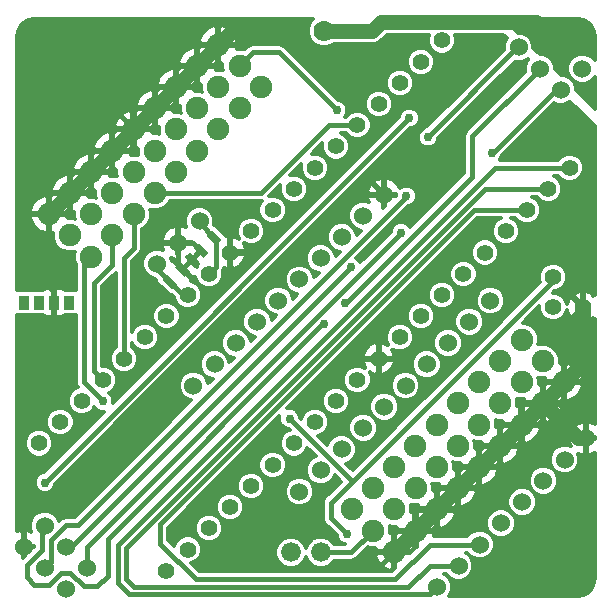
<source format=gbl>
G04 (created by PCBNEW (2014-01-10 BZR 4027)-stable) date Thursday, April 17, 2014 'amt' 11:38:12 am*
%MOIN*%
G04 Gerber Fmt 3.4, Leading zero omitted, Abs format*
%FSLAX34Y34*%
G01*
G70*
G90*
G04 APERTURE LIST*
%ADD10C,0.00590551*%
%ADD11C,0.055*%
%ADD12C,0.066*%
%ADD13C,0.07*%
%ADD14C,0.06*%
%ADD15C,0.16*%
%ADD16R,0.035X0.045*%
%ADD17C,0.075*%
%ADD18C,0.03*%
%ADD19C,0.015*%
%ADD20C,0.05*%
%ADD21C,0.02*%
%ADD22C,0.013*%
G04 APERTURE END LIST*
G54D10*
G54D11*
X32866Y-15738D03*
X31866Y-15738D03*
X31866Y-14738D03*
G54D12*
X24116Y-23918D03*
X23116Y-23918D03*
G54D11*
X28163Y-6850D03*
X27456Y-7557D03*
X26748Y-8264D03*
X26041Y-8971D03*
X25334Y-9678D03*
X24627Y-10385D03*
X23920Y-11092D03*
X23213Y-11799D03*
X22506Y-12506D03*
X21799Y-13214D03*
X21092Y-13921D03*
X20384Y-14628D03*
X19677Y-15335D03*
X18970Y-16042D03*
X18263Y-16749D03*
X17556Y-17456D03*
X16849Y-18163D03*
X16142Y-18870D03*
X15435Y-19578D03*
X14728Y-20285D03*
X18970Y-24527D03*
X19677Y-23820D03*
X20384Y-23113D03*
X21092Y-22406D03*
X21799Y-21699D03*
X22506Y-20992D03*
X23213Y-20285D03*
X23920Y-19578D03*
X24627Y-18870D03*
X25334Y-18163D03*
X26041Y-17456D03*
X26748Y-16749D03*
X27456Y-16042D03*
X28163Y-15335D03*
X28870Y-14628D03*
X29577Y-13921D03*
X30284Y-13214D03*
X30991Y-12506D03*
X31698Y-11799D03*
X32405Y-11092D03*
G54D13*
X24216Y-6538D03*
X23216Y-6538D03*
G54D14*
X18659Y-14296D03*
X19366Y-13588D03*
X20074Y-12881D03*
X27998Y-25067D03*
X28705Y-24360D03*
X29412Y-23653D03*
X30119Y-22946D03*
X30826Y-22238D03*
X31534Y-21531D03*
X32241Y-20824D03*
X32948Y-20117D03*
G54D15*
X31889Y-24015D03*
X15354Y-7480D03*
G54D14*
X30706Y-7085D03*
X31413Y-6378D03*
X31413Y-7792D03*
X32120Y-7085D03*
X32120Y-8499D03*
X32827Y-7792D03*
X16327Y-24442D03*
X15620Y-25149D03*
X15620Y-23735D03*
X14913Y-24442D03*
X14913Y-23028D03*
X14206Y-23735D03*
G54D16*
X15716Y-15588D03*
X15216Y-15588D03*
X14716Y-15588D03*
X14216Y-15588D03*
G54D14*
X19867Y-18353D03*
X20574Y-17646D03*
X21281Y-16938D03*
X21988Y-16231D03*
X22695Y-15524D03*
X23402Y-14817D03*
X24109Y-14110D03*
X24816Y-13403D03*
X25524Y-12696D03*
X26231Y-11989D03*
X29766Y-15524D03*
X29059Y-16231D03*
X28352Y-16938D03*
X27645Y-17646D03*
X26938Y-18353D03*
X26231Y-19060D03*
X25524Y-19767D03*
X24816Y-20474D03*
X24109Y-21181D03*
X23402Y-21888D03*
G54D10*
G36*
X19433Y-14229D02*
X19751Y-14547D01*
X19574Y-14724D01*
X19256Y-14406D01*
X19433Y-14229D01*
X19433Y-14229D01*
G37*
G36*
X19009Y-14653D02*
X19327Y-14971D01*
X19150Y-15148D01*
X18832Y-14830D01*
X19009Y-14653D01*
X19009Y-14653D01*
G37*
G36*
X20200Y-14098D02*
X19882Y-13780D01*
X20059Y-13603D01*
X20377Y-13921D01*
X20200Y-14098D01*
X20200Y-14098D01*
G37*
G36*
X20624Y-13674D02*
X20306Y-13356D01*
X20483Y-13179D01*
X20801Y-13497D01*
X20624Y-13674D01*
X20624Y-13674D01*
G37*
G54D17*
X18579Y-11936D03*
X19286Y-11229D03*
X19994Y-10522D03*
X17872Y-11229D03*
X18579Y-10522D03*
X19286Y-9815D03*
X17165Y-10522D03*
X17872Y-9815D03*
X18579Y-9108D03*
X20699Y-9816D03*
X21406Y-9109D03*
X22114Y-8402D03*
X19992Y-9109D03*
X20699Y-8402D03*
X21406Y-7695D03*
X19285Y-8402D03*
X19992Y-7695D03*
X20699Y-6988D03*
X16459Y-14056D03*
X17166Y-13349D03*
X17874Y-12642D03*
X15752Y-13349D03*
X16459Y-12642D03*
X17166Y-11935D03*
X15045Y-12642D03*
X15752Y-11935D03*
X16459Y-11228D03*
X30804Y-16831D03*
X30096Y-17538D03*
X29389Y-18245D03*
X31511Y-17538D03*
X30804Y-18245D03*
X30096Y-18952D03*
X32218Y-18245D03*
X31511Y-18952D03*
X30804Y-19659D03*
X28684Y-18951D03*
X27976Y-19658D03*
X27269Y-20365D03*
X29391Y-19658D03*
X28684Y-20365D03*
X27976Y-21072D03*
X30098Y-20365D03*
X29391Y-21072D03*
X28684Y-21779D03*
X26564Y-21071D03*
X25856Y-21778D03*
X25149Y-22485D03*
X27271Y-21778D03*
X26564Y-22485D03*
X25856Y-23192D03*
X27978Y-22485D03*
X27271Y-23192D03*
X26564Y-23899D03*
G54D18*
X21841Y-15388D03*
X31091Y-10513D03*
X28891Y-8313D03*
X20316Y-23738D03*
X31566Y-13388D03*
X26791Y-13263D03*
X26966Y-12038D03*
X16854Y-18876D03*
X24216Y-16313D03*
X25116Y-14413D03*
X24650Y-9180D03*
X24986Y-23308D03*
X23076Y-19458D03*
X29806Y-10618D03*
X24916Y-15613D03*
X27066Y-9438D03*
X27691Y-10063D03*
X14916Y-21588D03*
G54D19*
X25576Y-25318D02*
X27746Y-25318D01*
X29933Y-11092D02*
X17356Y-23668D01*
X17356Y-23668D02*
X17356Y-24938D01*
X17356Y-24938D02*
X17736Y-25318D01*
X17736Y-25318D02*
X25576Y-25318D01*
X32405Y-11092D02*
X29933Y-11092D01*
X27746Y-25318D02*
X27998Y-25067D01*
X31698Y-11799D02*
X29579Y-11799D01*
X27745Y-24360D02*
X28705Y-24360D01*
X27036Y-25068D02*
X27745Y-24360D01*
X17886Y-25068D02*
X27036Y-25068D01*
X17616Y-24798D02*
X17886Y-25068D01*
X17616Y-23762D02*
X17616Y-24798D01*
X29579Y-11799D02*
X17616Y-23762D01*
X18756Y-23618D02*
X18756Y-23628D01*
X18756Y-23628D02*
X19946Y-24818D01*
X18756Y-23618D02*
X18756Y-22976D01*
X27762Y-23653D02*
X29412Y-23653D01*
X26596Y-24818D02*
X27762Y-23653D01*
X19946Y-24818D02*
X26596Y-24818D01*
X30991Y-12506D02*
X29226Y-12506D01*
X29226Y-12506D02*
X18756Y-22976D01*
G54D20*
X31413Y-6360D02*
X31413Y-6360D01*
X31413Y-6360D02*
X32120Y-7085D01*
X24216Y-6538D02*
X25816Y-6538D01*
X31274Y-6220D02*
X31413Y-6360D01*
X26116Y-6220D02*
X31274Y-6220D01*
X25816Y-6538D02*
X26116Y-6220D01*
G54D19*
X21841Y-15388D02*
X21841Y-15413D01*
G54D21*
X26841Y-7138D02*
X26866Y-7138D01*
X26866Y-7138D02*
X27016Y-6988D01*
X27016Y-6988D02*
X27591Y-6988D01*
X27591Y-6988D02*
X28891Y-8288D01*
X28891Y-8288D02*
X28891Y-8313D01*
G54D19*
X28891Y-8313D02*
X28891Y-8363D01*
X19867Y-13588D02*
X20129Y-13851D01*
X19366Y-13588D02*
X19867Y-13588D01*
X19366Y-14339D02*
X19504Y-14476D01*
X19366Y-13588D02*
X19366Y-14339D01*
X15216Y-15588D02*
X15216Y-15238D01*
X15045Y-15067D02*
X15045Y-12642D01*
X15216Y-15238D02*
X15045Y-15067D01*
X25994Y-24468D02*
X26564Y-23899D01*
X21046Y-24468D02*
X25994Y-24468D01*
X20316Y-23738D02*
X21046Y-24468D01*
G54D20*
X32948Y-20117D02*
X32676Y-20117D01*
X32676Y-20117D02*
X31511Y-18952D01*
G54D19*
X15354Y-7480D02*
X15537Y-7480D01*
X15537Y-7480D02*
X17872Y-9815D01*
X28684Y-21779D02*
X29653Y-21779D01*
X29653Y-21779D02*
X31889Y-24015D01*
G54D21*
X32866Y-15738D02*
X32866Y-14688D01*
X32866Y-14688D02*
X31566Y-13388D01*
X26231Y-11989D02*
X26229Y-11989D01*
X26229Y-11989D02*
X25747Y-11507D01*
X28891Y-8363D02*
X25747Y-11507D01*
X25747Y-11507D02*
X25391Y-11863D01*
X22172Y-15082D02*
X21841Y-15413D01*
X25391Y-11863D02*
X22909Y-14345D01*
X22909Y-14345D02*
X22172Y-15082D01*
X21841Y-15413D02*
X21166Y-16088D01*
X21166Y-16088D02*
X14941Y-22313D01*
X14941Y-22338D02*
X14941Y-22313D01*
X14206Y-22849D02*
X14716Y-22338D01*
X14716Y-22338D02*
X14941Y-22338D01*
X14206Y-23735D02*
X14206Y-22849D01*
X23816Y-7138D02*
X23216Y-6538D01*
X26841Y-7138D02*
X23816Y-7138D01*
X27016Y-6988D02*
X26866Y-7138D01*
G54D20*
X15752Y-11935D02*
X15045Y-12642D01*
X16459Y-11228D02*
X15752Y-11935D01*
X17165Y-10522D02*
X16459Y-11228D01*
X17872Y-9815D02*
X17165Y-10522D01*
X18579Y-9108D02*
X17872Y-9815D01*
X19285Y-8402D02*
X18579Y-9108D01*
X19992Y-7695D02*
X19285Y-8402D01*
X20699Y-6988D02*
X19992Y-7695D01*
X23216Y-6538D02*
X21149Y-6538D01*
X21149Y-6538D02*
X20699Y-6988D01*
X32866Y-15738D02*
X32866Y-17596D01*
X32866Y-17596D02*
X32218Y-18245D01*
X31511Y-18952D02*
X32218Y-18245D01*
X30804Y-19659D02*
X31511Y-18952D01*
X30098Y-20365D02*
X30804Y-19659D01*
X29391Y-21072D02*
X30098Y-20365D01*
X28684Y-21779D02*
X29391Y-21072D01*
X27978Y-22485D02*
X28684Y-21779D01*
X27271Y-23192D02*
X27978Y-22485D01*
X26564Y-23899D02*
X27271Y-23192D01*
G54D19*
X26106Y-13948D02*
X26791Y-13263D01*
X16327Y-24442D02*
X16327Y-23728D01*
X26106Y-13948D02*
X16327Y-23728D01*
X26966Y-12038D02*
X26966Y-12063D01*
X16023Y-23006D02*
X15634Y-23006D01*
X26966Y-12063D02*
X16023Y-23006D01*
X15134Y-23506D02*
X15134Y-24220D01*
X15134Y-24220D02*
X14913Y-24442D01*
X15634Y-23006D02*
X15134Y-23506D01*
X18579Y-11936D02*
X22119Y-11936D01*
X22119Y-11936D02*
X24377Y-9678D01*
X24377Y-9678D02*
X25334Y-9678D01*
X16459Y-14056D02*
X16220Y-14296D01*
X16220Y-18242D02*
X16220Y-14296D01*
X16220Y-18242D02*
X16854Y-18876D01*
X16849Y-18163D02*
X16843Y-18163D01*
X17166Y-14333D02*
X17166Y-13349D01*
X16560Y-14940D02*
X17166Y-14333D01*
X16560Y-17880D02*
X16560Y-14940D01*
X16843Y-18163D02*
X16560Y-17880D01*
X17556Y-17456D02*
X17556Y-14103D01*
X17874Y-13785D02*
X17874Y-12642D01*
X17556Y-14103D02*
X17874Y-13785D01*
X14816Y-23838D02*
X14816Y-23124D01*
X14816Y-23124D02*
X14913Y-23028D01*
X14316Y-24338D02*
X14666Y-23988D01*
X14316Y-24738D02*
X14316Y-24338D01*
X14566Y-24988D02*
X14316Y-24738D01*
X14666Y-23988D02*
X14816Y-23838D01*
X15066Y-24988D02*
X14566Y-24988D01*
X15466Y-24588D02*
X15066Y-24988D01*
X17016Y-24688D02*
X16666Y-25038D01*
X15766Y-24588D02*
X15466Y-24588D01*
X16216Y-25038D02*
X15766Y-24588D01*
X16666Y-25038D02*
X16216Y-25038D01*
X24166Y-16313D02*
X17016Y-23463D01*
X17016Y-23463D02*
X17016Y-24688D01*
X24216Y-16313D02*
X24166Y-16313D01*
X15795Y-23735D02*
X15620Y-23735D01*
X25116Y-14413D02*
X15795Y-23735D01*
X15620Y-23735D02*
X15720Y-23735D01*
X21852Y-7250D02*
X21406Y-7695D01*
X22720Y-7250D02*
X21852Y-7250D01*
X24650Y-9180D02*
X22720Y-7250D01*
X24116Y-23918D02*
X25130Y-23918D01*
X25130Y-23918D02*
X25856Y-23192D01*
X24451Y-22773D02*
X24451Y-22273D01*
X24986Y-23308D02*
X24451Y-22773D01*
X25181Y-21543D02*
X25161Y-21543D01*
X25161Y-21543D02*
X23076Y-19458D01*
X31946Y-8499D02*
X29806Y-10638D01*
X31946Y-8499D02*
X32120Y-8499D01*
X29806Y-10618D02*
X29806Y-10638D01*
X31866Y-14858D02*
X31866Y-14738D01*
X24451Y-22273D02*
X25181Y-21543D01*
X25181Y-21543D02*
X31866Y-14858D01*
X29166Y-10038D02*
X31413Y-7792D01*
X24941Y-15613D02*
X29166Y-11388D01*
X29166Y-11388D02*
X29166Y-10038D01*
X30706Y-7085D02*
X30670Y-7085D01*
X27691Y-10063D02*
X30670Y-7085D01*
X14916Y-21588D02*
X27066Y-9438D01*
X19514Y-15335D02*
X19079Y-14901D01*
X19677Y-15335D02*
X19514Y-15335D01*
X18659Y-14481D02*
X19079Y-14901D01*
X18659Y-14296D02*
X18659Y-14481D01*
X20384Y-14620D02*
X20616Y-14388D01*
X20384Y-14628D02*
X20384Y-14620D01*
X20616Y-13489D02*
X20554Y-13426D01*
X20616Y-14388D02*
X20616Y-13489D01*
X20074Y-12946D02*
X20554Y-13426D01*
X20074Y-12881D02*
X20074Y-12946D01*
G54D10*
G36*
X33249Y-9142D02*
X32615Y-8507D01*
X32615Y-8401D01*
X32540Y-8219D01*
X32401Y-8080D01*
X32219Y-8004D01*
X32112Y-8004D01*
X31908Y-7800D01*
X31908Y-7694D01*
X31833Y-7512D01*
X31694Y-7373D01*
X31512Y-7297D01*
X31405Y-7297D01*
X31201Y-7093D01*
X31201Y-6987D01*
X31126Y-6805D01*
X30987Y-6666D01*
X30805Y-6590D01*
X30698Y-6590D01*
X30227Y-6120D01*
X32655Y-6120D01*
X32895Y-6168D01*
X33078Y-6290D01*
X33202Y-6476D01*
X33249Y-6712D01*
X33249Y-7518D01*
X33247Y-7512D01*
X33108Y-7373D01*
X32926Y-7297D01*
X32729Y-7297D01*
X32547Y-7372D01*
X32408Y-7511D01*
X32332Y-7693D01*
X32332Y-7890D01*
X32407Y-8072D01*
X32546Y-8211D01*
X32728Y-8287D01*
X32925Y-8287D01*
X33107Y-8212D01*
X33246Y-8073D01*
X33249Y-8066D01*
X33249Y-9142D01*
X33249Y-9142D01*
G37*
G54D22*
X33249Y-9142D02*
X32615Y-8507D01*
X32615Y-8401D01*
X32540Y-8219D01*
X32401Y-8080D01*
X32219Y-8004D01*
X32112Y-8004D01*
X31908Y-7800D01*
X31908Y-7694D01*
X31833Y-7512D01*
X31694Y-7373D01*
X31512Y-7297D01*
X31405Y-7297D01*
X31201Y-7093D01*
X31201Y-6987D01*
X31126Y-6805D01*
X30987Y-6666D01*
X30805Y-6590D01*
X30698Y-6590D01*
X30227Y-6120D01*
X32655Y-6120D01*
X32895Y-6168D01*
X33078Y-6290D01*
X33202Y-6476D01*
X33249Y-6712D01*
X33249Y-7518D01*
X33247Y-7512D01*
X33108Y-7373D01*
X32926Y-7297D01*
X32729Y-7297D01*
X32547Y-7372D01*
X32408Y-7511D01*
X32332Y-7693D01*
X32332Y-7890D01*
X32407Y-8072D01*
X32546Y-8211D01*
X32728Y-8287D01*
X32925Y-8287D01*
X33107Y-8212D01*
X33246Y-8073D01*
X33249Y-8066D01*
X33249Y-9142D01*
G54D10*
G36*
X31017Y-7487D02*
X30993Y-7511D01*
X30918Y-7693D01*
X30918Y-7890D01*
X30922Y-7901D01*
X28976Y-9848D01*
X28917Y-9935D01*
X28896Y-10038D01*
X28896Y-11277D01*
X27090Y-13083D01*
X27084Y-13068D01*
X26987Y-12971D01*
X26860Y-12919D01*
X26723Y-12918D01*
X26596Y-12971D01*
X26499Y-13068D01*
X26446Y-13195D01*
X26446Y-13227D01*
X25916Y-13758D01*
X25422Y-14251D01*
X25409Y-14218D01*
X25312Y-14121D01*
X25297Y-14115D01*
X27028Y-12384D01*
X27035Y-12384D01*
X27162Y-12331D01*
X27259Y-12234D01*
X27311Y-12107D01*
X27311Y-11970D01*
X27259Y-11843D01*
X27162Y-11746D01*
X27035Y-11694D01*
X26898Y-11693D01*
X26771Y-11746D01*
X26750Y-11767D01*
X26703Y-11658D01*
X26540Y-11503D01*
X26355Y-11426D01*
X26266Y-11480D01*
X26266Y-11954D01*
X26628Y-11954D01*
X26621Y-11970D01*
X26621Y-12024D01*
X26315Y-12024D01*
X26286Y-11994D01*
X26236Y-12044D01*
X26266Y-12073D01*
X26266Y-12382D01*
X26196Y-12452D01*
X26196Y-12073D01*
X26225Y-12044D01*
X26196Y-12014D01*
X26196Y-11954D01*
X26196Y-11480D01*
X26106Y-11426D01*
X25900Y-11517D01*
X25745Y-11679D01*
X25668Y-11864D01*
X25722Y-11954D01*
X26196Y-11954D01*
X26196Y-12014D01*
X26176Y-11994D01*
X26146Y-12024D01*
X25722Y-12024D01*
X25668Y-12113D01*
X25726Y-12244D01*
X25622Y-12201D01*
X25426Y-12201D01*
X25244Y-12276D01*
X25104Y-12415D01*
X25029Y-12597D01*
X25028Y-12794D01*
X25104Y-12976D01*
X25243Y-13115D01*
X25425Y-13191D01*
X25457Y-13191D01*
X25311Y-13337D01*
X25312Y-13305D01*
X25236Y-13123D01*
X25097Y-12984D01*
X24915Y-12908D01*
X24718Y-12908D01*
X24536Y-12983D01*
X24397Y-13122D01*
X24322Y-13304D01*
X24321Y-13501D01*
X24397Y-13683D01*
X24536Y-13822D01*
X24718Y-13898D01*
X24750Y-13898D01*
X24604Y-14044D01*
X24604Y-14012D01*
X24529Y-13830D01*
X24390Y-13691D01*
X24208Y-13615D01*
X24011Y-13615D01*
X23829Y-13690D01*
X23690Y-13829D01*
X23614Y-14011D01*
X23614Y-14208D01*
X23689Y-14390D01*
X23829Y-14529D01*
X24010Y-14605D01*
X24043Y-14605D01*
X23897Y-14751D01*
X23897Y-14719D01*
X23822Y-14537D01*
X23683Y-14398D01*
X23501Y-14322D01*
X23304Y-14322D01*
X23122Y-14397D01*
X22983Y-14536D01*
X22907Y-14718D01*
X22907Y-14915D01*
X22982Y-15097D01*
X23121Y-15237D01*
X23303Y-15312D01*
X23336Y-15312D01*
X23190Y-15458D01*
X23190Y-15426D01*
X23115Y-15244D01*
X22976Y-15105D01*
X22794Y-15029D01*
X22597Y-15029D01*
X22415Y-15104D01*
X22276Y-15244D01*
X22200Y-15425D01*
X22200Y-15622D01*
X22275Y-15804D01*
X22414Y-15944D01*
X22596Y-16019D01*
X22629Y-16019D01*
X22483Y-16165D01*
X22483Y-16133D01*
X22408Y-15951D01*
X22269Y-15812D01*
X22087Y-15736D01*
X21890Y-15736D01*
X21708Y-15811D01*
X21569Y-15951D01*
X21493Y-16132D01*
X21493Y-16329D01*
X21568Y-16511D01*
X21707Y-16651D01*
X21889Y-16726D01*
X21922Y-16726D01*
X21776Y-16872D01*
X21776Y-16840D01*
X21701Y-16658D01*
X21562Y-16519D01*
X21380Y-16444D01*
X21183Y-16443D01*
X21001Y-16519D01*
X20861Y-16658D01*
X20786Y-16840D01*
X20786Y-17037D01*
X20861Y-17219D01*
X21000Y-17358D01*
X21182Y-17433D01*
X21215Y-17433D01*
X21069Y-17579D01*
X21069Y-17548D01*
X20994Y-17366D01*
X20855Y-17226D01*
X20673Y-17151D01*
X20476Y-17150D01*
X20294Y-17226D01*
X20154Y-17365D01*
X20079Y-17547D01*
X20079Y-17744D01*
X20154Y-17926D01*
X20293Y-18065D01*
X20475Y-18140D01*
X20508Y-18141D01*
X20362Y-18286D01*
X20362Y-18255D01*
X20287Y-18073D01*
X20147Y-17933D01*
X19966Y-17858D01*
X19769Y-17858D01*
X19587Y-17933D01*
X19447Y-18072D01*
X19372Y-18254D01*
X19372Y-18451D01*
X19447Y-18633D01*
X19586Y-18772D01*
X19768Y-18848D01*
X19800Y-18848D01*
X15912Y-22736D01*
X15634Y-22736D01*
X15531Y-22757D01*
X15444Y-22816D01*
X15385Y-22874D01*
X15333Y-22748D01*
X15194Y-22608D01*
X15012Y-22533D01*
X14815Y-22533D01*
X14633Y-22608D01*
X14493Y-22747D01*
X14418Y-22929D01*
X14418Y-23126D01*
X14459Y-23226D01*
X14330Y-23172D01*
X14241Y-23226D01*
X14241Y-23650D01*
X14211Y-23680D01*
X14261Y-23729D01*
X14290Y-23700D01*
X14546Y-23700D01*
X14546Y-23727D01*
X14503Y-23770D01*
X14290Y-23770D01*
X14261Y-23740D01*
X14211Y-23790D01*
X14241Y-23819D01*
X14241Y-24032D01*
X14171Y-24102D01*
X14171Y-23819D01*
X14200Y-23790D01*
X14151Y-23740D01*
X14121Y-23770D01*
X13994Y-23770D01*
X13994Y-23700D01*
X14121Y-23700D01*
X14151Y-23729D01*
X14200Y-23680D01*
X14171Y-23650D01*
X14171Y-23226D01*
X14081Y-23172D01*
X13994Y-23211D01*
X13994Y-16005D01*
X14002Y-16008D01*
X14080Y-16009D01*
X14430Y-16009D01*
X14466Y-15993D01*
X14502Y-16008D01*
X14580Y-16009D01*
X14862Y-16009D01*
X14892Y-16038D01*
X14989Y-16079D01*
X15115Y-16078D01*
X15181Y-16012D01*
X15181Y-15623D01*
X15174Y-15623D01*
X15174Y-15553D01*
X15181Y-15553D01*
X15181Y-15165D01*
X15115Y-15098D01*
X15010Y-15098D01*
X15010Y-13227D01*
X15010Y-12677D01*
X15010Y-12607D01*
X15010Y-12057D01*
X14909Y-12004D01*
X14675Y-12105D01*
X14497Y-12287D01*
X14407Y-12506D01*
X14460Y-12607D01*
X15010Y-12607D01*
X15010Y-12677D01*
X14460Y-12677D01*
X14407Y-12779D01*
X14508Y-13012D01*
X14690Y-13190D01*
X14909Y-13280D01*
X15010Y-13227D01*
X15010Y-15098D01*
X14989Y-15098D01*
X14892Y-15139D01*
X14862Y-15168D01*
X14853Y-15168D01*
X14503Y-15168D01*
X14466Y-15183D01*
X14430Y-15169D01*
X14353Y-15168D01*
X14003Y-15168D01*
X13994Y-15172D01*
X13994Y-6714D01*
X14042Y-6474D01*
X14164Y-6291D01*
X14350Y-6167D01*
X14586Y-6120D01*
X23865Y-6120D01*
X23755Y-6229D01*
X23672Y-6430D01*
X23671Y-6646D01*
X23754Y-6847D01*
X23907Y-7000D01*
X24108Y-7083D01*
X24324Y-7084D01*
X24525Y-7001D01*
X24542Y-6983D01*
X25816Y-6983D01*
X25823Y-6982D01*
X25830Y-6983D01*
X25908Y-6965D01*
X25987Y-6950D01*
X25992Y-6946D01*
X25999Y-6944D01*
X26064Y-6898D01*
X26131Y-6853D01*
X26135Y-6848D01*
X26140Y-6844D01*
X26308Y-6665D01*
X27730Y-6665D01*
X27693Y-6756D01*
X27693Y-6943D01*
X27764Y-7116D01*
X27896Y-7248D01*
X28069Y-7320D01*
X28256Y-7320D01*
X28429Y-7248D01*
X28561Y-7116D01*
X28633Y-6944D01*
X28633Y-6757D01*
X28595Y-6665D01*
X30196Y-6665D01*
X30310Y-6780D01*
X30286Y-6804D01*
X30211Y-6986D01*
X30211Y-7162D01*
X27926Y-9447D01*
X27926Y-7464D01*
X27854Y-7291D01*
X27722Y-7159D01*
X27549Y-7087D01*
X27362Y-7087D01*
X27190Y-7158D01*
X27057Y-7290D01*
X26986Y-7463D01*
X26985Y-7650D01*
X27057Y-7823D01*
X27189Y-7955D01*
X27362Y-8027D01*
X27549Y-8027D01*
X27721Y-7955D01*
X27854Y-7823D01*
X27925Y-7651D01*
X27926Y-7464D01*
X27926Y-9447D01*
X27655Y-9718D01*
X27623Y-9718D01*
X27496Y-9771D01*
X27411Y-9855D01*
X27411Y-9370D01*
X27359Y-9243D01*
X27262Y-9146D01*
X27218Y-9128D01*
X27218Y-8171D01*
X27147Y-7998D01*
X27015Y-7866D01*
X26842Y-7794D01*
X26655Y-7794D01*
X26483Y-7865D01*
X26350Y-7997D01*
X26278Y-8170D01*
X26278Y-8357D01*
X26350Y-8530D01*
X26482Y-8662D01*
X26655Y-8734D01*
X26841Y-8734D01*
X27014Y-8663D01*
X27147Y-8530D01*
X27218Y-8358D01*
X27218Y-8171D01*
X27218Y-9128D01*
X27135Y-9094D01*
X26998Y-9093D01*
X26871Y-9146D01*
X26774Y-9243D01*
X26721Y-9370D01*
X26721Y-9402D01*
X26511Y-9612D01*
X26511Y-8878D01*
X26440Y-8705D01*
X26308Y-8573D01*
X26135Y-8501D01*
X25948Y-8501D01*
X25775Y-8572D01*
X25643Y-8704D01*
X25571Y-8877D01*
X25571Y-9064D01*
X25643Y-9237D01*
X25775Y-9369D01*
X25947Y-9441D01*
X26134Y-9441D01*
X26307Y-9370D01*
X26440Y-9238D01*
X26511Y-9065D01*
X26511Y-8878D01*
X26511Y-9612D01*
X22269Y-13854D01*
X22269Y-13121D01*
X22197Y-12948D01*
X22065Y-12815D01*
X21893Y-12744D01*
X21706Y-12744D01*
X21533Y-12815D01*
X21400Y-12947D01*
X21329Y-13120D01*
X21329Y-13307D01*
X21393Y-13462D01*
X21386Y-13456D01*
X21212Y-13383D01*
X21127Y-13438D01*
X21127Y-13836D01*
X21097Y-13866D01*
X21147Y-13915D01*
X21176Y-13886D01*
X21575Y-13886D01*
X21629Y-13800D01*
X21548Y-13619D01*
X21705Y-13684D01*
X21892Y-13684D01*
X22065Y-13612D01*
X22197Y-13480D01*
X22269Y-13308D01*
X22269Y-13121D01*
X22269Y-13854D01*
X21629Y-14494D01*
X21629Y-14041D01*
X21575Y-13956D01*
X21127Y-13956D01*
X21127Y-14404D01*
X21212Y-14458D01*
X21408Y-14371D01*
X21557Y-14215D01*
X21629Y-14041D01*
X21629Y-14494D01*
X21086Y-15037D01*
X21086Y-13976D01*
X21036Y-13926D01*
X21007Y-13956D01*
X20886Y-13956D01*
X20886Y-13886D01*
X21007Y-13886D01*
X21036Y-13915D01*
X21086Y-13866D01*
X21057Y-13836D01*
X21057Y-13438D01*
X20971Y-13383D01*
X20966Y-13386D01*
X20912Y-13332D01*
X20593Y-13014D01*
X20560Y-13000D01*
X20568Y-12980D01*
X20569Y-12783D01*
X20493Y-12601D01*
X20354Y-12462D01*
X20172Y-12386D01*
X19976Y-12386D01*
X19794Y-12461D01*
X19654Y-12601D01*
X19579Y-12782D01*
X19578Y-12979D01*
X19620Y-13079D01*
X19491Y-13026D01*
X19401Y-13080D01*
X19401Y-13504D01*
X19372Y-13533D01*
X19421Y-13583D01*
X19451Y-13553D01*
X19783Y-13553D01*
X19805Y-13576D01*
X19711Y-13576D01*
X19663Y-13623D01*
X19451Y-13623D01*
X19421Y-13594D01*
X19372Y-13644D01*
X19401Y-13673D01*
X19401Y-13964D01*
X19380Y-13964D01*
X19331Y-13984D01*
X19331Y-13673D01*
X19361Y-13644D01*
X19331Y-13614D01*
X19331Y-13553D01*
X19331Y-13080D01*
X19242Y-13026D01*
X19036Y-13116D01*
X18881Y-13279D01*
X18804Y-13464D01*
X18858Y-13553D01*
X19331Y-13553D01*
X19331Y-13614D01*
X19311Y-13594D01*
X19282Y-13623D01*
X18858Y-13623D01*
X18804Y-13713D01*
X18861Y-13843D01*
X18758Y-13801D01*
X18561Y-13800D01*
X18379Y-13876D01*
X18240Y-14015D01*
X18164Y-14197D01*
X18164Y-14394D01*
X18239Y-14576D01*
X18379Y-14715D01*
X18560Y-14790D01*
X18587Y-14791D01*
X18637Y-14840D01*
X18637Y-14869D01*
X18666Y-14940D01*
X18721Y-14995D01*
X19039Y-15313D01*
X19111Y-15343D01*
X19140Y-15343D01*
X19207Y-15410D01*
X19207Y-15428D01*
X19279Y-15601D01*
X19411Y-15733D01*
X19583Y-15805D01*
X19770Y-15805D01*
X19943Y-15734D01*
X20076Y-15602D01*
X20147Y-15429D01*
X20147Y-15242D01*
X20076Y-15069D01*
X19944Y-14937D01*
X19778Y-14868D01*
X19778Y-14801D01*
X19504Y-14526D01*
X19498Y-14531D01*
X19448Y-14482D01*
X19454Y-14476D01*
X19179Y-14201D01*
X19154Y-14201D01*
X19154Y-14198D01*
X19113Y-14098D01*
X19229Y-14145D01*
X19229Y-14152D01*
X19504Y-14427D01*
X19708Y-14223D01*
X19708Y-14129D01*
X19657Y-14079D01*
X19657Y-14078D01*
X19697Y-14060D01*
X19741Y-14014D01*
X19782Y-14055D01*
X19876Y-14055D01*
X20080Y-13851D01*
X20074Y-13845D01*
X20124Y-13796D01*
X20129Y-13801D01*
X20135Y-13796D01*
X20184Y-13845D01*
X20179Y-13851D01*
X20184Y-13856D01*
X20135Y-13906D01*
X20129Y-13900D01*
X19925Y-14104D01*
X19925Y-14198D01*
X19975Y-14248D01*
X20037Y-14310D01*
X19986Y-14361D01*
X19973Y-14394D01*
X19901Y-14323D01*
X19851Y-14272D01*
X19757Y-14272D01*
X19553Y-14476D01*
X19828Y-14751D01*
X19922Y-14751D01*
X19925Y-14748D01*
X19986Y-14894D01*
X20118Y-15026D01*
X20291Y-15098D01*
X20478Y-15098D01*
X20650Y-15026D01*
X20783Y-14894D01*
X20854Y-14722D01*
X20855Y-14535D01*
X20848Y-14519D01*
X20866Y-14492D01*
X20866Y-14492D01*
X20880Y-14420D01*
X20971Y-14458D01*
X21057Y-14404D01*
X21057Y-14005D01*
X21086Y-13976D01*
X21086Y-15037D01*
X21057Y-15067D01*
X20147Y-15976D01*
X19440Y-16683D01*
X19440Y-15949D01*
X19369Y-15776D01*
X19237Y-15644D01*
X19064Y-15572D01*
X18877Y-15572D01*
X18704Y-15643D01*
X18572Y-15775D01*
X18500Y-15948D01*
X18500Y-16135D01*
X18572Y-16308D01*
X18704Y-16440D01*
X18876Y-16512D01*
X19063Y-16512D01*
X19236Y-16441D01*
X19368Y-16309D01*
X19440Y-16136D01*
X19440Y-15949D01*
X19440Y-16683D01*
X17199Y-18924D01*
X17199Y-18808D01*
X17147Y-18681D01*
X17053Y-18587D01*
X17115Y-18562D01*
X17247Y-18430D01*
X17319Y-18257D01*
X17319Y-18070D01*
X17248Y-17897D01*
X17115Y-17765D01*
X16943Y-17693D01*
X16830Y-17693D01*
X16830Y-15051D01*
X17286Y-14595D01*
X17286Y-17062D01*
X17158Y-17190D01*
X17086Y-17362D01*
X17086Y-17549D01*
X17157Y-17722D01*
X17289Y-17854D01*
X17462Y-17926D01*
X17649Y-17926D01*
X17822Y-17855D01*
X17954Y-17723D01*
X18026Y-17550D01*
X18026Y-17363D01*
X17955Y-17190D01*
X17826Y-17061D01*
X17826Y-16922D01*
X17864Y-17015D01*
X17997Y-17147D01*
X18169Y-17219D01*
X18356Y-17219D01*
X18529Y-17148D01*
X18661Y-17016D01*
X18733Y-16843D01*
X18733Y-16656D01*
X18662Y-16483D01*
X18530Y-16351D01*
X18357Y-16279D01*
X18170Y-16279D01*
X17997Y-16350D01*
X17865Y-16483D01*
X17826Y-16576D01*
X17826Y-14215D01*
X18064Y-13976D01*
X18123Y-13889D01*
X18123Y-13889D01*
X18144Y-13785D01*
X18144Y-13147D01*
X18196Y-13126D01*
X18356Y-12965D01*
X18443Y-12756D01*
X18444Y-12529D01*
X18428Y-12490D01*
X18465Y-12506D01*
X18692Y-12506D01*
X18902Y-12420D01*
X19062Y-12260D01*
X19084Y-12206D01*
X22119Y-12206D01*
X22147Y-12201D01*
X22108Y-12240D01*
X22036Y-12413D01*
X22036Y-12600D01*
X22107Y-12772D01*
X22239Y-12905D01*
X22412Y-12976D01*
X22599Y-12977D01*
X22772Y-12905D01*
X22904Y-12773D01*
X22976Y-12600D01*
X22976Y-12413D01*
X22904Y-12241D01*
X22772Y-12108D01*
X22600Y-12037D01*
X22413Y-12036D01*
X22392Y-12045D01*
X22751Y-11685D01*
X22743Y-11705D01*
X22743Y-11892D01*
X22814Y-12065D01*
X22946Y-12198D01*
X23119Y-12269D01*
X23306Y-12269D01*
X23479Y-12198D01*
X23611Y-12066D01*
X23683Y-11893D01*
X23683Y-11706D01*
X23612Y-11534D01*
X23479Y-11401D01*
X23307Y-11329D01*
X23120Y-11329D01*
X23099Y-11338D01*
X23458Y-10978D01*
X23450Y-10998D01*
X23450Y-11185D01*
X23521Y-11358D01*
X23653Y-11490D01*
X23826Y-11562D01*
X24013Y-11562D01*
X24186Y-11491D01*
X24318Y-11359D01*
X24390Y-11186D01*
X24390Y-10999D01*
X24319Y-10826D01*
X24187Y-10694D01*
X24014Y-10622D01*
X23827Y-10622D01*
X23806Y-10631D01*
X24165Y-10271D01*
X24157Y-10291D01*
X24157Y-10478D01*
X24228Y-10651D01*
X24361Y-10783D01*
X24533Y-10855D01*
X24720Y-10855D01*
X24893Y-10784D01*
X25025Y-10652D01*
X25097Y-10479D01*
X25097Y-10292D01*
X25026Y-10119D01*
X24894Y-9987D01*
X24800Y-9948D01*
X24940Y-9948D01*
X25068Y-10076D01*
X25240Y-10148D01*
X25427Y-10148D01*
X25600Y-10077D01*
X25732Y-9945D01*
X25804Y-9772D01*
X25804Y-9585D01*
X25733Y-9412D01*
X25601Y-9280D01*
X25428Y-9208D01*
X25241Y-9208D01*
X25068Y-9279D01*
X24939Y-9408D01*
X24909Y-9408D01*
X24942Y-9375D01*
X24994Y-9248D01*
X24995Y-9111D01*
X24942Y-8984D01*
X24845Y-8887D01*
X24718Y-8835D01*
X24686Y-8835D01*
X22910Y-7059D01*
X22823Y-7000D01*
X22720Y-6980D01*
X21852Y-6980D01*
X21749Y-7000D01*
X21661Y-7059D01*
X21573Y-7147D01*
X21520Y-7125D01*
X21337Y-7125D01*
X21337Y-7124D01*
X21337Y-6851D01*
X21237Y-6618D01*
X21054Y-6440D01*
X20836Y-6350D01*
X20734Y-6403D01*
X20734Y-6953D01*
X21285Y-6953D01*
X21337Y-6851D01*
X21337Y-7124D01*
X21285Y-7023D01*
X20784Y-7023D01*
X20754Y-6993D01*
X20705Y-7043D01*
X20734Y-7072D01*
X20734Y-7573D01*
X20836Y-7626D01*
X20836Y-7626D01*
X20836Y-7808D01*
X20853Y-7849D01*
X20813Y-7832D01*
X20694Y-7832D01*
X20694Y-7043D01*
X20664Y-7013D01*
X20664Y-6953D01*
X20664Y-6403D01*
X20563Y-6350D01*
X20329Y-6451D01*
X20152Y-6633D01*
X20061Y-6851D01*
X20114Y-6953D01*
X20664Y-6953D01*
X20664Y-7013D01*
X20644Y-6993D01*
X20615Y-7023D01*
X20114Y-7023D01*
X20084Y-7080D01*
X20027Y-7110D01*
X20027Y-7610D01*
X19998Y-7640D01*
X20047Y-7689D01*
X20077Y-7660D01*
X20577Y-7660D01*
X20607Y-7603D01*
X20664Y-7573D01*
X20664Y-7072D01*
X20694Y-7043D01*
X20694Y-7832D01*
X20664Y-7832D01*
X20630Y-7832D01*
X20630Y-7831D01*
X20577Y-7730D01*
X20077Y-7730D01*
X20047Y-7700D01*
X19998Y-7750D01*
X20027Y-7779D01*
X20027Y-8280D01*
X20129Y-8333D01*
X20129Y-8333D01*
X20129Y-8515D01*
X20146Y-8556D01*
X20106Y-8539D01*
X19987Y-8539D01*
X19987Y-7750D01*
X19957Y-7721D01*
X19957Y-7660D01*
X19957Y-7110D01*
X19856Y-7057D01*
X19622Y-7158D01*
X19444Y-7340D01*
X19354Y-7558D01*
X19407Y-7660D01*
X19957Y-7660D01*
X19957Y-7721D01*
X19937Y-7700D01*
X19908Y-7730D01*
X19407Y-7730D01*
X19377Y-7787D01*
X19320Y-7817D01*
X19320Y-8318D01*
X19291Y-8347D01*
X19340Y-8396D01*
X19370Y-8367D01*
X19870Y-8367D01*
X19900Y-8310D01*
X19957Y-8280D01*
X19957Y-7779D01*
X19987Y-7750D01*
X19987Y-8539D01*
X19957Y-8539D01*
X19923Y-8539D01*
X19923Y-8539D01*
X19870Y-8437D01*
X19370Y-8437D01*
X19340Y-8408D01*
X19291Y-8457D01*
X19320Y-8487D01*
X19320Y-8987D01*
X19422Y-9040D01*
X19422Y-9040D01*
X19422Y-9222D01*
X19438Y-9261D01*
X19400Y-9245D01*
X19280Y-9245D01*
X19280Y-8457D01*
X19250Y-8428D01*
X19250Y-8367D01*
X19250Y-7817D01*
X19149Y-7764D01*
X18915Y-7865D01*
X18737Y-8047D01*
X18647Y-8266D01*
X18700Y-8367D01*
X19250Y-8367D01*
X19250Y-8428D01*
X19230Y-8408D01*
X19201Y-8437D01*
X18700Y-8437D01*
X18671Y-8493D01*
X18614Y-8523D01*
X18614Y-9023D01*
X18585Y-9053D01*
X18634Y-9102D01*
X18664Y-9073D01*
X19165Y-9073D01*
X19194Y-9017D01*
X19250Y-8987D01*
X19250Y-8487D01*
X19280Y-8457D01*
X19280Y-9245D01*
X19250Y-9245D01*
X19217Y-9245D01*
X19217Y-9244D01*
X19165Y-9143D01*
X18664Y-9143D01*
X18634Y-9113D01*
X18585Y-9163D01*
X18614Y-9192D01*
X18614Y-9693D01*
X18716Y-9746D01*
X18716Y-9746D01*
X18716Y-9928D01*
X18733Y-9969D01*
X18693Y-9952D01*
X18574Y-9952D01*
X18574Y-9163D01*
X18544Y-9133D01*
X18544Y-9073D01*
X18544Y-8523D01*
X18443Y-8470D01*
X18209Y-8571D01*
X18032Y-8753D01*
X17941Y-8971D01*
X17994Y-9073D01*
X18544Y-9073D01*
X18544Y-9133D01*
X18524Y-9113D01*
X18495Y-9143D01*
X17994Y-9143D01*
X17964Y-9200D01*
X17907Y-9230D01*
X17907Y-9730D01*
X17878Y-9760D01*
X17927Y-9809D01*
X17957Y-9780D01*
X18457Y-9780D01*
X18487Y-9723D01*
X18544Y-9693D01*
X18544Y-9192D01*
X18574Y-9163D01*
X18574Y-9952D01*
X18544Y-9952D01*
X18510Y-9952D01*
X18510Y-9951D01*
X18457Y-9850D01*
X17957Y-9850D01*
X17927Y-9820D01*
X17878Y-9870D01*
X17907Y-9899D01*
X17907Y-10400D01*
X18009Y-10453D01*
X18009Y-10453D01*
X18009Y-10635D01*
X18026Y-10676D01*
X17986Y-10659D01*
X17867Y-10659D01*
X17867Y-9870D01*
X17837Y-9841D01*
X17837Y-9780D01*
X17837Y-9230D01*
X17736Y-9177D01*
X17502Y-9278D01*
X17324Y-9460D01*
X17234Y-9678D01*
X17287Y-9780D01*
X17837Y-9780D01*
X17837Y-9841D01*
X17817Y-9820D01*
X17788Y-9850D01*
X17287Y-9850D01*
X17257Y-9907D01*
X17200Y-9937D01*
X17200Y-10438D01*
X17171Y-10467D01*
X17220Y-10516D01*
X17250Y-10487D01*
X17750Y-10487D01*
X17780Y-10430D01*
X17837Y-10400D01*
X17837Y-9899D01*
X17867Y-9870D01*
X17867Y-10659D01*
X17837Y-10659D01*
X17803Y-10659D01*
X17803Y-10659D01*
X17750Y-10557D01*
X17250Y-10557D01*
X17220Y-10528D01*
X17171Y-10577D01*
X17200Y-10607D01*
X17200Y-11107D01*
X17302Y-11160D01*
X17302Y-11160D01*
X17302Y-11342D01*
X17318Y-11381D01*
X17280Y-11365D01*
X17160Y-11365D01*
X17160Y-10577D01*
X17130Y-10548D01*
X17130Y-10487D01*
X17130Y-9937D01*
X17029Y-9884D01*
X16795Y-9985D01*
X16617Y-10167D01*
X16527Y-10386D01*
X16580Y-10487D01*
X17130Y-10487D01*
X17130Y-10548D01*
X17110Y-10528D01*
X17081Y-10557D01*
X16580Y-10557D01*
X16551Y-10613D01*
X16494Y-10643D01*
X16494Y-11143D01*
X16465Y-11173D01*
X16514Y-11222D01*
X16544Y-11193D01*
X17045Y-11193D01*
X17074Y-11137D01*
X17130Y-11107D01*
X17130Y-10607D01*
X17160Y-10577D01*
X17160Y-11365D01*
X17130Y-11365D01*
X17097Y-11365D01*
X17097Y-11364D01*
X17045Y-11263D01*
X16544Y-11263D01*
X16514Y-11233D01*
X16465Y-11283D01*
X16494Y-11312D01*
X16494Y-11813D01*
X16596Y-11866D01*
X16596Y-11866D01*
X16596Y-12048D01*
X16613Y-12089D01*
X16573Y-12072D01*
X16454Y-12072D01*
X16454Y-11283D01*
X16424Y-11253D01*
X16424Y-11193D01*
X16424Y-10643D01*
X16323Y-10590D01*
X16089Y-10691D01*
X15912Y-10873D01*
X15821Y-11091D01*
X15874Y-11193D01*
X16424Y-11193D01*
X16424Y-11253D01*
X16404Y-11233D01*
X16375Y-11263D01*
X15874Y-11263D01*
X15844Y-11320D01*
X15787Y-11350D01*
X15787Y-11850D01*
X15758Y-11880D01*
X15807Y-11929D01*
X15837Y-11900D01*
X16337Y-11900D01*
X16367Y-11843D01*
X16424Y-11813D01*
X16424Y-11312D01*
X16454Y-11283D01*
X16454Y-12072D01*
X16424Y-12072D01*
X16390Y-12072D01*
X16390Y-12071D01*
X16337Y-11970D01*
X15837Y-11970D01*
X15807Y-11940D01*
X15758Y-11990D01*
X15787Y-12019D01*
X15787Y-12520D01*
X15889Y-12573D01*
X15889Y-12573D01*
X15889Y-12755D01*
X15906Y-12796D01*
X15866Y-12779D01*
X15747Y-12779D01*
X15747Y-11990D01*
X15717Y-11961D01*
X15717Y-11900D01*
X15717Y-11350D01*
X15616Y-11297D01*
X15382Y-11398D01*
X15204Y-11580D01*
X15114Y-11798D01*
X15167Y-11900D01*
X15717Y-11900D01*
X15717Y-11961D01*
X15697Y-11940D01*
X15668Y-11970D01*
X15167Y-11970D01*
X15137Y-12027D01*
X15080Y-12057D01*
X15080Y-12558D01*
X15051Y-12587D01*
X15100Y-12636D01*
X15130Y-12607D01*
X15630Y-12607D01*
X15660Y-12550D01*
X15717Y-12520D01*
X15717Y-12019D01*
X15747Y-11990D01*
X15747Y-12779D01*
X15717Y-12779D01*
X15683Y-12779D01*
X15683Y-12779D01*
X15630Y-12677D01*
X15130Y-12677D01*
X15100Y-12648D01*
X15051Y-12697D01*
X15080Y-12727D01*
X15080Y-13227D01*
X15182Y-13280D01*
X15182Y-13280D01*
X15182Y-13462D01*
X15269Y-13672D01*
X15429Y-13832D01*
X15638Y-13919D01*
X15865Y-13919D01*
X15906Y-13902D01*
X15889Y-13942D01*
X15889Y-14169D01*
X15950Y-14315D01*
X15950Y-15176D01*
X15930Y-15169D01*
X15853Y-15168D01*
X15571Y-15168D01*
X15541Y-15139D01*
X15444Y-15098D01*
X15318Y-15098D01*
X15251Y-15165D01*
X15251Y-15553D01*
X15259Y-15553D01*
X15259Y-15623D01*
X15251Y-15623D01*
X15251Y-16012D01*
X15318Y-16078D01*
X15444Y-16079D01*
X15541Y-16038D01*
X15571Y-16009D01*
X15580Y-16009D01*
X15930Y-16009D01*
X15950Y-16000D01*
X15950Y-18242D01*
X15970Y-18345D01*
X16016Y-18414D01*
X15876Y-18472D01*
X15744Y-18604D01*
X15672Y-18777D01*
X15672Y-18964D01*
X15743Y-19136D01*
X15875Y-19269D01*
X16048Y-19340D01*
X16235Y-19341D01*
X16408Y-19269D01*
X16540Y-19137D01*
X16566Y-19075D01*
X16658Y-19168D01*
X16785Y-19221D01*
X16902Y-19221D01*
X15905Y-20218D01*
X15905Y-19484D01*
X15833Y-19312D01*
X15701Y-19179D01*
X15529Y-19108D01*
X15342Y-19107D01*
X15169Y-19179D01*
X15036Y-19311D01*
X14965Y-19484D01*
X14965Y-19671D01*
X15036Y-19843D01*
X15168Y-19976D01*
X15341Y-20047D01*
X15528Y-20048D01*
X15701Y-19976D01*
X15833Y-19844D01*
X15905Y-19671D01*
X15905Y-19484D01*
X15905Y-20218D01*
X15198Y-20925D01*
X15198Y-20192D01*
X15126Y-20019D01*
X14994Y-19886D01*
X14821Y-19815D01*
X14635Y-19815D01*
X14462Y-19886D01*
X14329Y-20018D01*
X14258Y-20191D01*
X14258Y-20378D01*
X14329Y-20551D01*
X14461Y-20683D01*
X14634Y-20755D01*
X14821Y-20755D01*
X14993Y-20683D01*
X15126Y-20551D01*
X15198Y-20379D01*
X15198Y-20192D01*
X15198Y-20925D01*
X14880Y-21243D01*
X14848Y-21243D01*
X14721Y-21296D01*
X14624Y-21393D01*
X14571Y-21520D01*
X14571Y-21657D01*
X14624Y-21784D01*
X14721Y-21881D01*
X14848Y-21933D01*
X14985Y-21934D01*
X15112Y-21881D01*
X15209Y-21784D01*
X15261Y-21657D01*
X15261Y-21625D01*
X27103Y-9784D01*
X27135Y-9784D01*
X27262Y-9731D01*
X27359Y-9634D01*
X27411Y-9507D01*
X27411Y-9370D01*
X27411Y-9855D01*
X27399Y-9868D01*
X27346Y-9995D01*
X27346Y-10132D01*
X27399Y-10259D01*
X27496Y-10356D01*
X27623Y-10408D01*
X27760Y-10409D01*
X27887Y-10356D01*
X27984Y-10259D01*
X28036Y-10132D01*
X28036Y-10100D01*
X30572Y-7565D01*
X30607Y-7580D01*
X30804Y-7580D01*
X30986Y-7505D01*
X31010Y-7480D01*
X31017Y-7487D01*
X31017Y-7487D01*
G37*
G54D22*
X31017Y-7487D02*
X30993Y-7511D01*
X30918Y-7693D01*
X30918Y-7890D01*
X30922Y-7901D01*
X28976Y-9848D01*
X28917Y-9935D01*
X28896Y-10038D01*
X28896Y-11277D01*
X27090Y-13083D01*
X27084Y-13068D01*
X26987Y-12971D01*
X26860Y-12919D01*
X26723Y-12918D01*
X26596Y-12971D01*
X26499Y-13068D01*
X26446Y-13195D01*
X26446Y-13227D01*
X25916Y-13758D01*
X25422Y-14251D01*
X25409Y-14218D01*
X25312Y-14121D01*
X25297Y-14115D01*
X27028Y-12384D01*
X27035Y-12384D01*
X27162Y-12331D01*
X27259Y-12234D01*
X27311Y-12107D01*
X27311Y-11970D01*
X27259Y-11843D01*
X27162Y-11746D01*
X27035Y-11694D01*
X26898Y-11693D01*
X26771Y-11746D01*
X26750Y-11767D01*
X26703Y-11658D01*
X26540Y-11503D01*
X26355Y-11426D01*
X26266Y-11480D01*
X26266Y-11954D01*
X26628Y-11954D01*
X26621Y-11970D01*
X26621Y-12024D01*
X26315Y-12024D01*
X26286Y-11994D01*
X26236Y-12044D01*
X26266Y-12073D01*
X26266Y-12382D01*
X26196Y-12452D01*
X26196Y-12073D01*
X26225Y-12044D01*
X26196Y-12014D01*
X26196Y-11954D01*
X26196Y-11480D01*
X26106Y-11426D01*
X25900Y-11517D01*
X25745Y-11679D01*
X25668Y-11864D01*
X25722Y-11954D01*
X26196Y-11954D01*
X26196Y-12014D01*
X26176Y-11994D01*
X26146Y-12024D01*
X25722Y-12024D01*
X25668Y-12113D01*
X25726Y-12244D01*
X25622Y-12201D01*
X25426Y-12201D01*
X25244Y-12276D01*
X25104Y-12415D01*
X25029Y-12597D01*
X25028Y-12794D01*
X25104Y-12976D01*
X25243Y-13115D01*
X25425Y-13191D01*
X25457Y-13191D01*
X25311Y-13337D01*
X25312Y-13305D01*
X25236Y-13123D01*
X25097Y-12984D01*
X24915Y-12908D01*
X24718Y-12908D01*
X24536Y-12983D01*
X24397Y-13122D01*
X24322Y-13304D01*
X24321Y-13501D01*
X24397Y-13683D01*
X24536Y-13822D01*
X24718Y-13898D01*
X24750Y-13898D01*
X24604Y-14044D01*
X24604Y-14012D01*
X24529Y-13830D01*
X24390Y-13691D01*
X24208Y-13615D01*
X24011Y-13615D01*
X23829Y-13690D01*
X23690Y-13829D01*
X23614Y-14011D01*
X23614Y-14208D01*
X23689Y-14390D01*
X23829Y-14529D01*
X24010Y-14605D01*
X24043Y-14605D01*
X23897Y-14751D01*
X23897Y-14719D01*
X23822Y-14537D01*
X23683Y-14398D01*
X23501Y-14322D01*
X23304Y-14322D01*
X23122Y-14397D01*
X22983Y-14536D01*
X22907Y-14718D01*
X22907Y-14915D01*
X22982Y-15097D01*
X23121Y-15237D01*
X23303Y-15312D01*
X23336Y-15312D01*
X23190Y-15458D01*
X23190Y-15426D01*
X23115Y-15244D01*
X22976Y-15105D01*
X22794Y-15029D01*
X22597Y-15029D01*
X22415Y-15104D01*
X22276Y-15244D01*
X22200Y-15425D01*
X22200Y-15622D01*
X22275Y-15804D01*
X22414Y-15944D01*
X22596Y-16019D01*
X22629Y-16019D01*
X22483Y-16165D01*
X22483Y-16133D01*
X22408Y-15951D01*
X22269Y-15812D01*
X22087Y-15736D01*
X21890Y-15736D01*
X21708Y-15811D01*
X21569Y-15951D01*
X21493Y-16132D01*
X21493Y-16329D01*
X21568Y-16511D01*
X21707Y-16651D01*
X21889Y-16726D01*
X21922Y-16726D01*
X21776Y-16872D01*
X21776Y-16840D01*
X21701Y-16658D01*
X21562Y-16519D01*
X21380Y-16444D01*
X21183Y-16443D01*
X21001Y-16519D01*
X20861Y-16658D01*
X20786Y-16840D01*
X20786Y-17037D01*
X20861Y-17219D01*
X21000Y-17358D01*
X21182Y-17433D01*
X21215Y-17433D01*
X21069Y-17579D01*
X21069Y-17548D01*
X20994Y-17366D01*
X20855Y-17226D01*
X20673Y-17151D01*
X20476Y-17150D01*
X20294Y-17226D01*
X20154Y-17365D01*
X20079Y-17547D01*
X20079Y-17744D01*
X20154Y-17926D01*
X20293Y-18065D01*
X20475Y-18140D01*
X20508Y-18141D01*
X20362Y-18286D01*
X20362Y-18255D01*
X20287Y-18073D01*
X20147Y-17933D01*
X19966Y-17858D01*
X19769Y-17858D01*
X19587Y-17933D01*
X19447Y-18072D01*
X19372Y-18254D01*
X19372Y-18451D01*
X19447Y-18633D01*
X19586Y-18772D01*
X19768Y-18848D01*
X19800Y-18848D01*
X15912Y-22736D01*
X15634Y-22736D01*
X15531Y-22757D01*
X15444Y-22816D01*
X15385Y-22874D01*
X15333Y-22748D01*
X15194Y-22608D01*
X15012Y-22533D01*
X14815Y-22533D01*
X14633Y-22608D01*
X14493Y-22747D01*
X14418Y-22929D01*
X14418Y-23126D01*
X14459Y-23226D01*
X14330Y-23172D01*
X14241Y-23226D01*
X14241Y-23650D01*
X14211Y-23680D01*
X14261Y-23729D01*
X14290Y-23700D01*
X14546Y-23700D01*
X14546Y-23727D01*
X14503Y-23770D01*
X14290Y-23770D01*
X14261Y-23740D01*
X14211Y-23790D01*
X14241Y-23819D01*
X14241Y-24032D01*
X14171Y-24102D01*
X14171Y-23819D01*
X14200Y-23790D01*
X14151Y-23740D01*
X14121Y-23770D01*
X13994Y-23770D01*
X13994Y-23700D01*
X14121Y-23700D01*
X14151Y-23729D01*
X14200Y-23680D01*
X14171Y-23650D01*
X14171Y-23226D01*
X14081Y-23172D01*
X13994Y-23211D01*
X13994Y-16005D01*
X14002Y-16008D01*
X14080Y-16009D01*
X14430Y-16009D01*
X14466Y-15993D01*
X14502Y-16008D01*
X14580Y-16009D01*
X14862Y-16009D01*
X14892Y-16038D01*
X14989Y-16079D01*
X15115Y-16078D01*
X15181Y-16012D01*
X15181Y-15623D01*
X15174Y-15623D01*
X15174Y-15553D01*
X15181Y-15553D01*
X15181Y-15165D01*
X15115Y-15098D01*
X15010Y-15098D01*
X15010Y-13227D01*
X15010Y-12677D01*
X15010Y-12607D01*
X15010Y-12057D01*
X14909Y-12004D01*
X14675Y-12105D01*
X14497Y-12287D01*
X14407Y-12506D01*
X14460Y-12607D01*
X15010Y-12607D01*
X15010Y-12677D01*
X14460Y-12677D01*
X14407Y-12779D01*
X14508Y-13012D01*
X14690Y-13190D01*
X14909Y-13280D01*
X15010Y-13227D01*
X15010Y-15098D01*
X14989Y-15098D01*
X14892Y-15139D01*
X14862Y-15168D01*
X14853Y-15168D01*
X14503Y-15168D01*
X14466Y-15183D01*
X14430Y-15169D01*
X14353Y-15168D01*
X14003Y-15168D01*
X13994Y-15172D01*
X13994Y-6714D01*
X14042Y-6474D01*
X14164Y-6291D01*
X14350Y-6167D01*
X14586Y-6120D01*
X23865Y-6120D01*
X23755Y-6229D01*
X23672Y-6430D01*
X23671Y-6646D01*
X23754Y-6847D01*
X23907Y-7000D01*
X24108Y-7083D01*
X24324Y-7084D01*
X24525Y-7001D01*
X24542Y-6983D01*
X25816Y-6983D01*
X25823Y-6982D01*
X25830Y-6983D01*
X25908Y-6965D01*
X25987Y-6950D01*
X25992Y-6946D01*
X25999Y-6944D01*
X26064Y-6898D01*
X26131Y-6853D01*
X26135Y-6848D01*
X26140Y-6844D01*
X26308Y-6665D01*
X27730Y-6665D01*
X27693Y-6756D01*
X27693Y-6943D01*
X27764Y-7116D01*
X27896Y-7248D01*
X28069Y-7320D01*
X28256Y-7320D01*
X28429Y-7248D01*
X28561Y-7116D01*
X28633Y-6944D01*
X28633Y-6757D01*
X28595Y-6665D01*
X30196Y-6665D01*
X30310Y-6780D01*
X30286Y-6804D01*
X30211Y-6986D01*
X30211Y-7162D01*
X27926Y-9447D01*
X27926Y-7464D01*
X27854Y-7291D01*
X27722Y-7159D01*
X27549Y-7087D01*
X27362Y-7087D01*
X27190Y-7158D01*
X27057Y-7290D01*
X26986Y-7463D01*
X26985Y-7650D01*
X27057Y-7823D01*
X27189Y-7955D01*
X27362Y-8027D01*
X27549Y-8027D01*
X27721Y-7955D01*
X27854Y-7823D01*
X27925Y-7651D01*
X27926Y-7464D01*
X27926Y-9447D01*
X27655Y-9718D01*
X27623Y-9718D01*
X27496Y-9771D01*
X27411Y-9855D01*
X27411Y-9370D01*
X27359Y-9243D01*
X27262Y-9146D01*
X27218Y-9128D01*
X27218Y-8171D01*
X27147Y-7998D01*
X27015Y-7866D01*
X26842Y-7794D01*
X26655Y-7794D01*
X26483Y-7865D01*
X26350Y-7997D01*
X26278Y-8170D01*
X26278Y-8357D01*
X26350Y-8530D01*
X26482Y-8662D01*
X26655Y-8734D01*
X26841Y-8734D01*
X27014Y-8663D01*
X27147Y-8530D01*
X27218Y-8358D01*
X27218Y-8171D01*
X27218Y-9128D01*
X27135Y-9094D01*
X26998Y-9093D01*
X26871Y-9146D01*
X26774Y-9243D01*
X26721Y-9370D01*
X26721Y-9402D01*
X26511Y-9612D01*
X26511Y-8878D01*
X26440Y-8705D01*
X26308Y-8573D01*
X26135Y-8501D01*
X25948Y-8501D01*
X25775Y-8572D01*
X25643Y-8704D01*
X25571Y-8877D01*
X25571Y-9064D01*
X25643Y-9237D01*
X25775Y-9369D01*
X25947Y-9441D01*
X26134Y-9441D01*
X26307Y-9370D01*
X26440Y-9238D01*
X26511Y-9065D01*
X26511Y-8878D01*
X26511Y-9612D01*
X22269Y-13854D01*
X22269Y-13121D01*
X22197Y-12948D01*
X22065Y-12815D01*
X21893Y-12744D01*
X21706Y-12744D01*
X21533Y-12815D01*
X21400Y-12947D01*
X21329Y-13120D01*
X21329Y-13307D01*
X21393Y-13462D01*
X21386Y-13456D01*
X21212Y-13383D01*
X21127Y-13438D01*
X21127Y-13836D01*
X21097Y-13866D01*
X21147Y-13915D01*
X21176Y-13886D01*
X21575Y-13886D01*
X21629Y-13800D01*
X21548Y-13619D01*
X21705Y-13684D01*
X21892Y-13684D01*
X22065Y-13612D01*
X22197Y-13480D01*
X22269Y-13308D01*
X22269Y-13121D01*
X22269Y-13854D01*
X21629Y-14494D01*
X21629Y-14041D01*
X21575Y-13956D01*
X21127Y-13956D01*
X21127Y-14404D01*
X21212Y-14458D01*
X21408Y-14371D01*
X21557Y-14215D01*
X21629Y-14041D01*
X21629Y-14494D01*
X21086Y-15037D01*
X21086Y-13976D01*
X21036Y-13926D01*
X21007Y-13956D01*
X20886Y-13956D01*
X20886Y-13886D01*
X21007Y-13886D01*
X21036Y-13915D01*
X21086Y-13866D01*
X21057Y-13836D01*
X21057Y-13438D01*
X20971Y-13383D01*
X20966Y-13386D01*
X20912Y-13332D01*
X20593Y-13014D01*
X20560Y-13000D01*
X20568Y-12980D01*
X20569Y-12783D01*
X20493Y-12601D01*
X20354Y-12462D01*
X20172Y-12386D01*
X19976Y-12386D01*
X19794Y-12461D01*
X19654Y-12601D01*
X19579Y-12782D01*
X19578Y-12979D01*
X19620Y-13079D01*
X19491Y-13026D01*
X19401Y-13080D01*
X19401Y-13504D01*
X19372Y-13533D01*
X19421Y-13583D01*
X19451Y-13553D01*
X19783Y-13553D01*
X19805Y-13576D01*
X19711Y-13576D01*
X19663Y-13623D01*
X19451Y-13623D01*
X19421Y-13594D01*
X19372Y-13644D01*
X19401Y-13673D01*
X19401Y-13964D01*
X19380Y-13964D01*
X19331Y-13984D01*
X19331Y-13673D01*
X19361Y-13644D01*
X19331Y-13614D01*
X19331Y-13553D01*
X19331Y-13080D01*
X19242Y-13026D01*
X19036Y-13116D01*
X18881Y-13279D01*
X18804Y-13464D01*
X18858Y-13553D01*
X19331Y-13553D01*
X19331Y-13614D01*
X19311Y-13594D01*
X19282Y-13623D01*
X18858Y-13623D01*
X18804Y-13713D01*
X18861Y-13843D01*
X18758Y-13801D01*
X18561Y-13800D01*
X18379Y-13876D01*
X18240Y-14015D01*
X18164Y-14197D01*
X18164Y-14394D01*
X18239Y-14576D01*
X18379Y-14715D01*
X18560Y-14790D01*
X18587Y-14791D01*
X18637Y-14840D01*
X18637Y-14869D01*
X18666Y-14940D01*
X18721Y-14995D01*
X19039Y-15313D01*
X19111Y-15343D01*
X19140Y-15343D01*
X19207Y-15410D01*
X19207Y-15428D01*
X19279Y-15601D01*
X19411Y-15733D01*
X19583Y-15805D01*
X19770Y-15805D01*
X19943Y-15734D01*
X20076Y-15602D01*
X20147Y-15429D01*
X20147Y-15242D01*
X20076Y-15069D01*
X19944Y-14937D01*
X19778Y-14868D01*
X19778Y-14801D01*
X19504Y-14526D01*
X19498Y-14531D01*
X19448Y-14482D01*
X19454Y-14476D01*
X19179Y-14201D01*
X19154Y-14201D01*
X19154Y-14198D01*
X19113Y-14098D01*
X19229Y-14145D01*
X19229Y-14152D01*
X19504Y-14427D01*
X19708Y-14223D01*
X19708Y-14129D01*
X19657Y-14079D01*
X19657Y-14078D01*
X19697Y-14060D01*
X19741Y-14014D01*
X19782Y-14055D01*
X19876Y-14055D01*
X20080Y-13851D01*
X20074Y-13845D01*
X20124Y-13796D01*
X20129Y-13801D01*
X20135Y-13796D01*
X20184Y-13845D01*
X20179Y-13851D01*
X20184Y-13856D01*
X20135Y-13906D01*
X20129Y-13900D01*
X19925Y-14104D01*
X19925Y-14198D01*
X19975Y-14248D01*
X20037Y-14310D01*
X19986Y-14361D01*
X19973Y-14394D01*
X19901Y-14323D01*
X19851Y-14272D01*
X19757Y-14272D01*
X19553Y-14476D01*
X19828Y-14751D01*
X19922Y-14751D01*
X19925Y-14748D01*
X19986Y-14894D01*
X20118Y-15026D01*
X20291Y-15098D01*
X20478Y-15098D01*
X20650Y-15026D01*
X20783Y-14894D01*
X20854Y-14722D01*
X20855Y-14535D01*
X20848Y-14519D01*
X20866Y-14492D01*
X20866Y-14492D01*
X20880Y-14420D01*
X20971Y-14458D01*
X21057Y-14404D01*
X21057Y-14005D01*
X21086Y-13976D01*
X21086Y-15037D01*
X21057Y-15067D01*
X20147Y-15976D01*
X19440Y-16683D01*
X19440Y-15949D01*
X19369Y-15776D01*
X19237Y-15644D01*
X19064Y-15572D01*
X18877Y-15572D01*
X18704Y-15643D01*
X18572Y-15775D01*
X18500Y-15948D01*
X18500Y-16135D01*
X18572Y-16308D01*
X18704Y-16440D01*
X18876Y-16512D01*
X19063Y-16512D01*
X19236Y-16441D01*
X19368Y-16309D01*
X19440Y-16136D01*
X19440Y-15949D01*
X19440Y-16683D01*
X17199Y-18924D01*
X17199Y-18808D01*
X17147Y-18681D01*
X17053Y-18587D01*
X17115Y-18562D01*
X17247Y-18430D01*
X17319Y-18257D01*
X17319Y-18070D01*
X17248Y-17897D01*
X17115Y-17765D01*
X16943Y-17693D01*
X16830Y-17693D01*
X16830Y-15051D01*
X17286Y-14595D01*
X17286Y-17062D01*
X17158Y-17190D01*
X17086Y-17362D01*
X17086Y-17549D01*
X17157Y-17722D01*
X17289Y-17854D01*
X17462Y-17926D01*
X17649Y-17926D01*
X17822Y-17855D01*
X17954Y-17723D01*
X18026Y-17550D01*
X18026Y-17363D01*
X17955Y-17190D01*
X17826Y-17061D01*
X17826Y-16922D01*
X17864Y-17015D01*
X17997Y-17147D01*
X18169Y-17219D01*
X18356Y-17219D01*
X18529Y-17148D01*
X18661Y-17016D01*
X18733Y-16843D01*
X18733Y-16656D01*
X18662Y-16483D01*
X18530Y-16351D01*
X18357Y-16279D01*
X18170Y-16279D01*
X17997Y-16350D01*
X17865Y-16483D01*
X17826Y-16576D01*
X17826Y-14215D01*
X18064Y-13976D01*
X18123Y-13889D01*
X18123Y-13889D01*
X18144Y-13785D01*
X18144Y-13147D01*
X18196Y-13126D01*
X18356Y-12965D01*
X18443Y-12756D01*
X18444Y-12529D01*
X18428Y-12490D01*
X18465Y-12506D01*
X18692Y-12506D01*
X18902Y-12420D01*
X19062Y-12260D01*
X19084Y-12206D01*
X22119Y-12206D01*
X22147Y-12201D01*
X22108Y-12240D01*
X22036Y-12413D01*
X22036Y-12600D01*
X22107Y-12772D01*
X22239Y-12905D01*
X22412Y-12976D01*
X22599Y-12977D01*
X22772Y-12905D01*
X22904Y-12773D01*
X22976Y-12600D01*
X22976Y-12413D01*
X22904Y-12241D01*
X22772Y-12108D01*
X22600Y-12037D01*
X22413Y-12036D01*
X22392Y-12045D01*
X22751Y-11685D01*
X22743Y-11705D01*
X22743Y-11892D01*
X22814Y-12065D01*
X22946Y-12198D01*
X23119Y-12269D01*
X23306Y-12269D01*
X23479Y-12198D01*
X23611Y-12066D01*
X23683Y-11893D01*
X23683Y-11706D01*
X23612Y-11534D01*
X23479Y-11401D01*
X23307Y-11329D01*
X23120Y-11329D01*
X23099Y-11338D01*
X23458Y-10978D01*
X23450Y-10998D01*
X23450Y-11185D01*
X23521Y-11358D01*
X23653Y-11490D01*
X23826Y-11562D01*
X24013Y-11562D01*
X24186Y-11491D01*
X24318Y-11359D01*
X24390Y-11186D01*
X24390Y-10999D01*
X24319Y-10826D01*
X24187Y-10694D01*
X24014Y-10622D01*
X23827Y-10622D01*
X23806Y-10631D01*
X24165Y-10271D01*
X24157Y-10291D01*
X24157Y-10478D01*
X24228Y-10651D01*
X24361Y-10783D01*
X24533Y-10855D01*
X24720Y-10855D01*
X24893Y-10784D01*
X25025Y-10652D01*
X25097Y-10479D01*
X25097Y-10292D01*
X25026Y-10119D01*
X24894Y-9987D01*
X24800Y-9948D01*
X24940Y-9948D01*
X25068Y-10076D01*
X25240Y-10148D01*
X25427Y-10148D01*
X25600Y-10077D01*
X25732Y-9945D01*
X25804Y-9772D01*
X25804Y-9585D01*
X25733Y-9412D01*
X25601Y-9280D01*
X25428Y-9208D01*
X25241Y-9208D01*
X25068Y-9279D01*
X24939Y-9408D01*
X24909Y-9408D01*
X24942Y-9375D01*
X24994Y-9248D01*
X24995Y-9111D01*
X24942Y-8984D01*
X24845Y-8887D01*
X24718Y-8835D01*
X24686Y-8835D01*
X22910Y-7059D01*
X22823Y-7000D01*
X22720Y-6980D01*
X21852Y-6980D01*
X21749Y-7000D01*
X21661Y-7059D01*
X21573Y-7147D01*
X21520Y-7125D01*
X21337Y-7125D01*
X21337Y-7124D01*
X21337Y-6851D01*
X21237Y-6618D01*
X21054Y-6440D01*
X20836Y-6350D01*
X20734Y-6403D01*
X20734Y-6953D01*
X21285Y-6953D01*
X21337Y-6851D01*
X21337Y-7124D01*
X21285Y-7023D01*
X20784Y-7023D01*
X20754Y-6993D01*
X20705Y-7043D01*
X20734Y-7072D01*
X20734Y-7573D01*
X20836Y-7626D01*
X20836Y-7626D01*
X20836Y-7808D01*
X20853Y-7849D01*
X20813Y-7832D01*
X20694Y-7832D01*
X20694Y-7043D01*
X20664Y-7013D01*
X20664Y-6953D01*
X20664Y-6403D01*
X20563Y-6350D01*
X20329Y-6451D01*
X20152Y-6633D01*
X20061Y-6851D01*
X20114Y-6953D01*
X20664Y-6953D01*
X20664Y-7013D01*
X20644Y-6993D01*
X20615Y-7023D01*
X20114Y-7023D01*
X20084Y-7080D01*
X20027Y-7110D01*
X20027Y-7610D01*
X19998Y-7640D01*
X20047Y-7689D01*
X20077Y-7660D01*
X20577Y-7660D01*
X20607Y-7603D01*
X20664Y-7573D01*
X20664Y-7072D01*
X20694Y-7043D01*
X20694Y-7832D01*
X20664Y-7832D01*
X20630Y-7832D01*
X20630Y-7831D01*
X20577Y-7730D01*
X20077Y-7730D01*
X20047Y-7700D01*
X19998Y-7750D01*
X20027Y-7779D01*
X20027Y-8280D01*
X20129Y-8333D01*
X20129Y-8333D01*
X20129Y-8515D01*
X20146Y-8556D01*
X20106Y-8539D01*
X19987Y-8539D01*
X19987Y-7750D01*
X19957Y-7721D01*
X19957Y-7660D01*
X19957Y-7110D01*
X19856Y-7057D01*
X19622Y-7158D01*
X19444Y-7340D01*
X19354Y-7558D01*
X19407Y-7660D01*
X19957Y-7660D01*
X19957Y-7721D01*
X19937Y-7700D01*
X19908Y-7730D01*
X19407Y-7730D01*
X19377Y-7787D01*
X19320Y-7817D01*
X19320Y-8318D01*
X19291Y-8347D01*
X19340Y-8396D01*
X19370Y-8367D01*
X19870Y-8367D01*
X19900Y-8310D01*
X19957Y-8280D01*
X19957Y-7779D01*
X19987Y-7750D01*
X19987Y-8539D01*
X19957Y-8539D01*
X19923Y-8539D01*
X19923Y-8539D01*
X19870Y-8437D01*
X19370Y-8437D01*
X19340Y-8408D01*
X19291Y-8457D01*
X19320Y-8487D01*
X19320Y-8987D01*
X19422Y-9040D01*
X19422Y-9040D01*
X19422Y-9222D01*
X19438Y-9261D01*
X19400Y-9245D01*
X19280Y-9245D01*
X19280Y-8457D01*
X19250Y-8428D01*
X19250Y-8367D01*
X19250Y-7817D01*
X19149Y-7764D01*
X18915Y-7865D01*
X18737Y-8047D01*
X18647Y-8266D01*
X18700Y-8367D01*
X19250Y-8367D01*
X19250Y-8428D01*
X19230Y-8408D01*
X19201Y-8437D01*
X18700Y-8437D01*
X18671Y-8493D01*
X18614Y-8523D01*
X18614Y-9023D01*
X18585Y-9053D01*
X18634Y-9102D01*
X18664Y-9073D01*
X19165Y-9073D01*
X19194Y-9017D01*
X19250Y-8987D01*
X19250Y-8487D01*
X19280Y-8457D01*
X19280Y-9245D01*
X19250Y-9245D01*
X19217Y-9245D01*
X19217Y-9244D01*
X19165Y-9143D01*
X18664Y-9143D01*
X18634Y-9113D01*
X18585Y-9163D01*
X18614Y-9192D01*
X18614Y-9693D01*
X18716Y-9746D01*
X18716Y-9746D01*
X18716Y-9928D01*
X18733Y-9969D01*
X18693Y-9952D01*
X18574Y-9952D01*
X18574Y-9163D01*
X18544Y-9133D01*
X18544Y-9073D01*
X18544Y-8523D01*
X18443Y-8470D01*
X18209Y-8571D01*
X18032Y-8753D01*
X17941Y-8971D01*
X17994Y-9073D01*
X18544Y-9073D01*
X18544Y-9133D01*
X18524Y-9113D01*
X18495Y-9143D01*
X17994Y-9143D01*
X17964Y-9200D01*
X17907Y-9230D01*
X17907Y-9730D01*
X17878Y-9760D01*
X17927Y-9809D01*
X17957Y-9780D01*
X18457Y-9780D01*
X18487Y-9723D01*
X18544Y-9693D01*
X18544Y-9192D01*
X18574Y-9163D01*
X18574Y-9952D01*
X18544Y-9952D01*
X18510Y-9952D01*
X18510Y-9951D01*
X18457Y-9850D01*
X17957Y-9850D01*
X17927Y-9820D01*
X17878Y-9870D01*
X17907Y-9899D01*
X17907Y-10400D01*
X18009Y-10453D01*
X18009Y-10453D01*
X18009Y-10635D01*
X18026Y-10676D01*
X17986Y-10659D01*
X17867Y-10659D01*
X17867Y-9870D01*
X17837Y-9841D01*
X17837Y-9780D01*
X17837Y-9230D01*
X17736Y-9177D01*
X17502Y-9278D01*
X17324Y-9460D01*
X17234Y-9678D01*
X17287Y-9780D01*
X17837Y-9780D01*
X17837Y-9841D01*
X17817Y-9820D01*
X17788Y-9850D01*
X17287Y-9850D01*
X17257Y-9907D01*
X17200Y-9937D01*
X17200Y-10438D01*
X17171Y-10467D01*
X17220Y-10516D01*
X17250Y-10487D01*
X17750Y-10487D01*
X17780Y-10430D01*
X17837Y-10400D01*
X17837Y-9899D01*
X17867Y-9870D01*
X17867Y-10659D01*
X17837Y-10659D01*
X17803Y-10659D01*
X17803Y-10659D01*
X17750Y-10557D01*
X17250Y-10557D01*
X17220Y-10528D01*
X17171Y-10577D01*
X17200Y-10607D01*
X17200Y-11107D01*
X17302Y-11160D01*
X17302Y-11160D01*
X17302Y-11342D01*
X17318Y-11381D01*
X17280Y-11365D01*
X17160Y-11365D01*
X17160Y-10577D01*
X17130Y-10548D01*
X17130Y-10487D01*
X17130Y-9937D01*
X17029Y-9884D01*
X16795Y-9985D01*
X16617Y-10167D01*
X16527Y-10386D01*
X16580Y-10487D01*
X17130Y-10487D01*
X17130Y-10548D01*
X17110Y-10528D01*
X17081Y-10557D01*
X16580Y-10557D01*
X16551Y-10613D01*
X16494Y-10643D01*
X16494Y-11143D01*
X16465Y-11173D01*
X16514Y-11222D01*
X16544Y-11193D01*
X17045Y-11193D01*
X17074Y-11137D01*
X17130Y-11107D01*
X17130Y-10607D01*
X17160Y-10577D01*
X17160Y-11365D01*
X17130Y-11365D01*
X17097Y-11365D01*
X17097Y-11364D01*
X17045Y-11263D01*
X16544Y-11263D01*
X16514Y-11233D01*
X16465Y-11283D01*
X16494Y-11312D01*
X16494Y-11813D01*
X16596Y-11866D01*
X16596Y-11866D01*
X16596Y-12048D01*
X16613Y-12089D01*
X16573Y-12072D01*
X16454Y-12072D01*
X16454Y-11283D01*
X16424Y-11253D01*
X16424Y-11193D01*
X16424Y-10643D01*
X16323Y-10590D01*
X16089Y-10691D01*
X15912Y-10873D01*
X15821Y-11091D01*
X15874Y-11193D01*
X16424Y-11193D01*
X16424Y-11253D01*
X16404Y-11233D01*
X16375Y-11263D01*
X15874Y-11263D01*
X15844Y-11320D01*
X15787Y-11350D01*
X15787Y-11850D01*
X15758Y-11880D01*
X15807Y-11929D01*
X15837Y-11900D01*
X16337Y-11900D01*
X16367Y-11843D01*
X16424Y-11813D01*
X16424Y-11312D01*
X16454Y-11283D01*
X16454Y-12072D01*
X16424Y-12072D01*
X16390Y-12072D01*
X16390Y-12071D01*
X16337Y-11970D01*
X15837Y-11970D01*
X15807Y-11940D01*
X15758Y-11990D01*
X15787Y-12019D01*
X15787Y-12520D01*
X15889Y-12573D01*
X15889Y-12573D01*
X15889Y-12755D01*
X15906Y-12796D01*
X15866Y-12779D01*
X15747Y-12779D01*
X15747Y-11990D01*
X15717Y-11961D01*
X15717Y-11900D01*
X15717Y-11350D01*
X15616Y-11297D01*
X15382Y-11398D01*
X15204Y-11580D01*
X15114Y-11798D01*
X15167Y-11900D01*
X15717Y-11900D01*
X15717Y-11961D01*
X15697Y-11940D01*
X15668Y-11970D01*
X15167Y-11970D01*
X15137Y-12027D01*
X15080Y-12057D01*
X15080Y-12558D01*
X15051Y-12587D01*
X15100Y-12636D01*
X15130Y-12607D01*
X15630Y-12607D01*
X15660Y-12550D01*
X15717Y-12520D01*
X15717Y-12019D01*
X15747Y-11990D01*
X15747Y-12779D01*
X15717Y-12779D01*
X15683Y-12779D01*
X15683Y-12779D01*
X15630Y-12677D01*
X15130Y-12677D01*
X15100Y-12648D01*
X15051Y-12697D01*
X15080Y-12727D01*
X15080Y-13227D01*
X15182Y-13280D01*
X15182Y-13280D01*
X15182Y-13462D01*
X15269Y-13672D01*
X15429Y-13832D01*
X15638Y-13919D01*
X15865Y-13919D01*
X15906Y-13902D01*
X15889Y-13942D01*
X15889Y-14169D01*
X15950Y-14315D01*
X15950Y-15176D01*
X15930Y-15169D01*
X15853Y-15168D01*
X15571Y-15168D01*
X15541Y-15139D01*
X15444Y-15098D01*
X15318Y-15098D01*
X15251Y-15165D01*
X15251Y-15553D01*
X15259Y-15553D01*
X15259Y-15623D01*
X15251Y-15623D01*
X15251Y-16012D01*
X15318Y-16078D01*
X15444Y-16079D01*
X15541Y-16038D01*
X15571Y-16009D01*
X15580Y-16009D01*
X15930Y-16009D01*
X15950Y-16000D01*
X15950Y-18242D01*
X15970Y-18345D01*
X16016Y-18414D01*
X15876Y-18472D01*
X15744Y-18604D01*
X15672Y-18777D01*
X15672Y-18964D01*
X15743Y-19136D01*
X15875Y-19269D01*
X16048Y-19340D01*
X16235Y-19341D01*
X16408Y-19269D01*
X16540Y-19137D01*
X16566Y-19075D01*
X16658Y-19168D01*
X16785Y-19221D01*
X16902Y-19221D01*
X15905Y-20218D01*
X15905Y-19484D01*
X15833Y-19312D01*
X15701Y-19179D01*
X15529Y-19108D01*
X15342Y-19107D01*
X15169Y-19179D01*
X15036Y-19311D01*
X14965Y-19484D01*
X14965Y-19671D01*
X15036Y-19843D01*
X15168Y-19976D01*
X15341Y-20047D01*
X15528Y-20048D01*
X15701Y-19976D01*
X15833Y-19844D01*
X15905Y-19671D01*
X15905Y-19484D01*
X15905Y-20218D01*
X15198Y-20925D01*
X15198Y-20192D01*
X15126Y-20019D01*
X14994Y-19886D01*
X14821Y-19815D01*
X14635Y-19815D01*
X14462Y-19886D01*
X14329Y-20018D01*
X14258Y-20191D01*
X14258Y-20378D01*
X14329Y-20551D01*
X14461Y-20683D01*
X14634Y-20755D01*
X14821Y-20755D01*
X14993Y-20683D01*
X15126Y-20551D01*
X15198Y-20379D01*
X15198Y-20192D01*
X15198Y-20925D01*
X14880Y-21243D01*
X14848Y-21243D01*
X14721Y-21296D01*
X14624Y-21393D01*
X14571Y-21520D01*
X14571Y-21657D01*
X14624Y-21784D01*
X14721Y-21881D01*
X14848Y-21933D01*
X14985Y-21934D01*
X15112Y-21881D01*
X15209Y-21784D01*
X15261Y-21657D01*
X15261Y-21625D01*
X27103Y-9784D01*
X27135Y-9784D01*
X27262Y-9731D01*
X27359Y-9634D01*
X27411Y-9507D01*
X27411Y-9370D01*
X27411Y-9855D01*
X27399Y-9868D01*
X27346Y-9995D01*
X27346Y-10132D01*
X27399Y-10259D01*
X27496Y-10356D01*
X27623Y-10408D01*
X27760Y-10409D01*
X27887Y-10356D01*
X27984Y-10259D01*
X28036Y-10132D01*
X28036Y-10100D01*
X30572Y-7565D01*
X30607Y-7580D01*
X30804Y-7580D01*
X30986Y-7505D01*
X31010Y-7480D01*
X31017Y-7487D01*
G54D10*
G36*
X33249Y-24783D02*
X33202Y-25020D01*
X33078Y-25205D01*
X32942Y-25296D01*
X32942Y-20172D01*
X32913Y-20143D01*
X32913Y-20082D01*
X32913Y-19609D01*
X32856Y-19574D01*
X32856Y-18381D01*
X32856Y-18108D01*
X32755Y-17875D01*
X32572Y-17697D01*
X32354Y-17607D01*
X32253Y-17660D01*
X32253Y-18210D01*
X32803Y-18210D01*
X32856Y-18108D01*
X32856Y-18381D01*
X32803Y-18280D01*
X32253Y-18280D01*
X32253Y-18830D01*
X32354Y-18883D01*
X32588Y-18782D01*
X32765Y-18600D01*
X32856Y-18381D01*
X32856Y-19574D01*
X32823Y-19555D01*
X32617Y-19645D01*
X32462Y-19807D01*
X32385Y-19993D01*
X32439Y-20082D01*
X32913Y-20082D01*
X32913Y-20143D01*
X32893Y-20123D01*
X32863Y-20152D01*
X32439Y-20152D01*
X32385Y-20242D01*
X32443Y-20372D01*
X32340Y-20329D01*
X32212Y-20329D01*
X32212Y-18300D01*
X32163Y-18250D01*
X32133Y-18280D01*
X31633Y-18280D01*
X31603Y-18337D01*
X31546Y-18367D01*
X31546Y-18868D01*
X31516Y-18897D01*
X31566Y-18946D01*
X31595Y-18917D01*
X32096Y-18917D01*
X32126Y-18860D01*
X32183Y-18830D01*
X32183Y-18329D01*
X32212Y-18300D01*
X32212Y-20329D01*
X32183Y-20329D01*
X32149Y-20329D01*
X32149Y-19089D01*
X32096Y-18987D01*
X31546Y-18987D01*
X31546Y-19537D01*
X31647Y-19590D01*
X31881Y-19489D01*
X32058Y-19307D01*
X32149Y-19089D01*
X32149Y-20329D01*
X32143Y-20329D01*
X31961Y-20404D01*
X31821Y-20544D01*
X31746Y-20725D01*
X31746Y-20922D01*
X31821Y-21104D01*
X31960Y-21244D01*
X32142Y-21319D01*
X32339Y-21319D01*
X32521Y-21244D01*
X32660Y-21105D01*
X32736Y-20923D01*
X32736Y-20726D01*
X32694Y-20626D01*
X32823Y-20680D01*
X32913Y-20626D01*
X32913Y-20202D01*
X32942Y-20172D01*
X32942Y-25296D01*
X32913Y-25316D01*
X32895Y-25328D01*
X32655Y-25375D01*
X32029Y-25375D01*
X32029Y-21433D01*
X31953Y-21251D01*
X31814Y-21112D01*
X31632Y-21036D01*
X31505Y-21036D01*
X31505Y-19007D01*
X31456Y-18958D01*
X31426Y-18987D01*
X30925Y-18987D01*
X30896Y-19044D01*
X30839Y-19074D01*
X30839Y-19575D01*
X30809Y-19604D01*
X30859Y-19654D01*
X30888Y-19624D01*
X31389Y-19624D01*
X31419Y-19567D01*
X31476Y-19537D01*
X31476Y-19037D01*
X31505Y-19007D01*
X31505Y-21036D01*
X31476Y-21036D01*
X31442Y-21036D01*
X31442Y-19796D01*
X31389Y-19694D01*
X30839Y-19694D01*
X30839Y-20244D01*
X30940Y-20297D01*
X31174Y-20196D01*
X31351Y-20014D01*
X31442Y-19796D01*
X31442Y-21036D01*
X31436Y-21036D01*
X31254Y-21111D01*
X31114Y-21251D01*
X31039Y-21432D01*
X31038Y-21629D01*
X31114Y-21811D01*
X31253Y-21951D01*
X31435Y-22026D01*
X31632Y-22026D01*
X31814Y-21951D01*
X31953Y-21812D01*
X32028Y-21630D01*
X32029Y-21433D01*
X32029Y-25375D01*
X31322Y-25375D01*
X31322Y-22140D01*
X31246Y-21958D01*
X31107Y-21819D01*
X30925Y-21744D01*
X30798Y-21743D01*
X30798Y-19714D01*
X30748Y-19665D01*
X30719Y-19694D01*
X30218Y-19694D01*
X30189Y-19750D01*
X30133Y-19780D01*
X30133Y-20280D01*
X30103Y-20310D01*
X30153Y-20359D01*
X30182Y-20330D01*
X30683Y-20330D01*
X30712Y-20274D01*
X30769Y-20244D01*
X30769Y-19744D01*
X30798Y-19714D01*
X30798Y-21743D01*
X30769Y-21743D01*
X30736Y-21743D01*
X30736Y-20501D01*
X30683Y-20400D01*
X30133Y-20400D01*
X30133Y-20950D01*
X30234Y-21003D01*
X30468Y-20902D01*
X30645Y-20720D01*
X30736Y-20501D01*
X30736Y-21743D01*
X30728Y-21743D01*
X30546Y-21819D01*
X30407Y-21958D01*
X30332Y-22140D01*
X30331Y-22337D01*
X30407Y-22519D01*
X30546Y-22658D01*
X30728Y-22733D01*
X30924Y-22734D01*
X31106Y-22658D01*
X31246Y-22519D01*
X31321Y-22337D01*
X31322Y-22140D01*
X31322Y-25375D01*
X30614Y-25375D01*
X30614Y-22848D01*
X30539Y-22666D01*
X30400Y-22526D01*
X30218Y-22451D01*
X30092Y-22451D01*
X30092Y-20420D01*
X30043Y-20370D01*
X30013Y-20400D01*
X29513Y-20400D01*
X29483Y-20457D01*
X29426Y-20487D01*
X29426Y-20988D01*
X29396Y-21017D01*
X29446Y-21066D01*
X29475Y-21037D01*
X29976Y-21037D01*
X30006Y-20980D01*
X30063Y-20950D01*
X30063Y-20449D01*
X30092Y-20420D01*
X30092Y-22451D01*
X30063Y-22451D01*
X30029Y-22451D01*
X30029Y-21209D01*
X29976Y-21107D01*
X29426Y-21107D01*
X29426Y-21657D01*
X29527Y-21710D01*
X29761Y-21609D01*
X29938Y-21427D01*
X30029Y-21209D01*
X30029Y-22451D01*
X30021Y-22450D01*
X29839Y-22526D01*
X29700Y-22665D01*
X29624Y-22847D01*
X29624Y-23044D01*
X29699Y-23226D01*
X29839Y-23365D01*
X30020Y-23440D01*
X30217Y-23441D01*
X30399Y-23365D01*
X30539Y-23226D01*
X30614Y-23044D01*
X30614Y-22848D01*
X30614Y-25375D01*
X28390Y-25375D01*
X28417Y-25348D01*
X28493Y-25166D01*
X28493Y-24969D01*
X28418Y-24787D01*
X28279Y-24648D01*
X28236Y-24630D01*
X28281Y-24630D01*
X28285Y-24640D01*
X28424Y-24779D01*
X28606Y-24855D01*
X28803Y-24855D01*
X28985Y-24780D01*
X29125Y-24641D01*
X29200Y-24459D01*
X29200Y-24262D01*
X29125Y-24080D01*
X28986Y-23940D01*
X28943Y-23923D01*
X28988Y-23923D01*
X28992Y-23933D01*
X29131Y-24072D01*
X29313Y-24148D01*
X29510Y-24148D01*
X29692Y-24073D01*
X29832Y-23933D01*
X29907Y-23752D01*
X29907Y-23555D01*
X29832Y-23373D01*
X29693Y-23233D01*
X29511Y-23158D01*
X29385Y-23158D01*
X29385Y-21127D01*
X29336Y-21078D01*
X29306Y-21107D01*
X28805Y-21107D01*
X28776Y-21164D01*
X28719Y-21194D01*
X28719Y-21695D01*
X28689Y-21724D01*
X28739Y-21774D01*
X28768Y-21744D01*
X29269Y-21744D01*
X29299Y-21687D01*
X29356Y-21657D01*
X29356Y-21157D01*
X29385Y-21127D01*
X29385Y-23158D01*
X29356Y-23158D01*
X29322Y-23158D01*
X29322Y-21916D01*
X29269Y-21814D01*
X28719Y-21814D01*
X28719Y-22364D01*
X28820Y-22417D01*
X29054Y-22316D01*
X29231Y-22134D01*
X29322Y-21916D01*
X29322Y-23158D01*
X29314Y-23158D01*
X29132Y-23233D01*
X28993Y-23372D01*
X28988Y-23383D01*
X28678Y-23383D01*
X28678Y-21834D01*
X28628Y-21785D01*
X28599Y-21814D01*
X28098Y-21814D01*
X28069Y-21870D01*
X28013Y-21900D01*
X28013Y-22400D01*
X27983Y-22430D01*
X28033Y-22479D01*
X28062Y-22450D01*
X28563Y-22450D01*
X28592Y-22394D01*
X28649Y-22364D01*
X28649Y-21864D01*
X28678Y-21834D01*
X28678Y-23383D01*
X28649Y-23383D01*
X28616Y-23383D01*
X28616Y-22621D01*
X28563Y-22520D01*
X28013Y-22520D01*
X28013Y-23070D01*
X28114Y-23123D01*
X28348Y-23022D01*
X28525Y-22840D01*
X28616Y-22621D01*
X28616Y-23383D01*
X27972Y-23383D01*
X27972Y-22540D01*
X27923Y-22490D01*
X27893Y-22520D01*
X27393Y-22520D01*
X27363Y-22577D01*
X27306Y-22607D01*
X27306Y-23108D01*
X27276Y-23137D01*
X27326Y-23186D01*
X27355Y-23157D01*
X27856Y-23157D01*
X27886Y-23100D01*
X27943Y-23070D01*
X27943Y-22569D01*
X27972Y-22540D01*
X27972Y-23383D01*
X27943Y-23383D01*
X27886Y-23383D01*
X27909Y-23329D01*
X27856Y-23227D01*
X27355Y-23227D01*
X27326Y-23198D01*
X27276Y-23247D01*
X27306Y-23277D01*
X27306Y-23727D01*
X27265Y-23768D01*
X27265Y-23247D01*
X27216Y-23198D01*
X27186Y-23227D01*
X26685Y-23227D01*
X26656Y-23284D01*
X26599Y-23314D01*
X26599Y-23815D01*
X26569Y-23844D01*
X26619Y-23894D01*
X26648Y-23864D01*
X27149Y-23864D01*
X27179Y-23807D01*
X27236Y-23777D01*
X27236Y-23277D01*
X27265Y-23247D01*
X27265Y-23768D01*
X27236Y-23797D01*
X27099Y-23934D01*
X26648Y-23934D01*
X26619Y-23905D01*
X26569Y-23954D01*
X26599Y-23984D01*
X26599Y-24435D01*
X26529Y-24505D01*
X26529Y-24484D01*
X26529Y-23934D01*
X25978Y-23934D01*
X25925Y-24036D01*
X26026Y-24269D01*
X26209Y-24447D01*
X26427Y-24537D01*
X26529Y-24484D01*
X26529Y-24505D01*
X26485Y-24548D01*
X22269Y-24548D01*
X22269Y-21606D01*
X22197Y-21433D01*
X22065Y-21301D01*
X21893Y-21229D01*
X21706Y-21229D01*
X21533Y-21300D01*
X21400Y-21432D01*
X21329Y-21605D01*
X21329Y-21792D01*
X21400Y-21965D01*
X21532Y-22097D01*
X21705Y-22169D01*
X21892Y-22169D01*
X22065Y-22098D01*
X22197Y-21965D01*
X22269Y-21793D01*
X22269Y-21606D01*
X22269Y-24548D01*
X21562Y-24548D01*
X21562Y-22313D01*
X21490Y-22140D01*
X21358Y-22008D01*
X21185Y-21936D01*
X20998Y-21936D01*
X20826Y-22007D01*
X20693Y-22139D01*
X20622Y-22312D01*
X20621Y-22499D01*
X20693Y-22672D01*
X20825Y-22804D01*
X20998Y-22876D01*
X21185Y-22876D01*
X21357Y-22805D01*
X21490Y-22673D01*
X21561Y-22500D01*
X21562Y-22313D01*
X21562Y-24548D01*
X20855Y-24548D01*
X20855Y-23020D01*
X20783Y-22847D01*
X20651Y-22715D01*
X20478Y-22643D01*
X20291Y-22643D01*
X20119Y-22714D01*
X19986Y-22847D01*
X19915Y-23019D01*
X19914Y-23206D01*
X19986Y-23379D01*
X20118Y-23511D01*
X20291Y-23583D01*
X20478Y-23583D01*
X20650Y-23512D01*
X20783Y-23380D01*
X20854Y-23207D01*
X20855Y-23020D01*
X20855Y-24548D01*
X20058Y-24548D01*
X19791Y-24282D01*
X19943Y-24219D01*
X20076Y-24087D01*
X20147Y-23914D01*
X20147Y-23727D01*
X20076Y-23554D01*
X19944Y-23422D01*
X19771Y-23350D01*
X19584Y-23350D01*
X19411Y-23422D01*
X19279Y-23554D01*
X19216Y-23706D01*
X19026Y-23517D01*
X19026Y-23087D01*
X22737Y-19377D01*
X22731Y-19390D01*
X22731Y-19527D01*
X22784Y-19654D01*
X22881Y-19751D01*
X23008Y-19803D01*
X23040Y-19803D01*
X23071Y-19835D01*
X22947Y-19886D01*
X22815Y-20018D01*
X22743Y-20191D01*
X22743Y-20378D01*
X22814Y-20551D01*
X22946Y-20683D01*
X23119Y-20755D01*
X23306Y-20755D01*
X23479Y-20683D01*
X23611Y-20551D01*
X23663Y-20427D01*
X23948Y-20712D01*
X23829Y-20761D01*
X23690Y-20900D01*
X23614Y-21082D01*
X23614Y-21279D01*
X23689Y-21461D01*
X23829Y-21601D01*
X24010Y-21676D01*
X24207Y-21676D01*
X24389Y-21601D01*
X24529Y-21462D01*
X24578Y-21342D01*
X24790Y-21553D01*
X24261Y-22083D01*
X24202Y-22170D01*
X24181Y-22273D01*
X24181Y-22773D01*
X24202Y-22877D01*
X24261Y-22964D01*
X24641Y-23345D01*
X24641Y-23377D01*
X24694Y-23504D01*
X24791Y-23601D01*
X24906Y-23648D01*
X24573Y-23648D01*
X24562Y-23621D01*
X24414Y-23474D01*
X24221Y-23394D01*
X24012Y-23393D01*
X23897Y-23441D01*
X23897Y-21790D01*
X23822Y-21608D01*
X23683Y-21469D01*
X23501Y-21393D01*
X23304Y-21393D01*
X23122Y-21468D01*
X22983Y-21607D01*
X22976Y-21624D01*
X22976Y-20899D01*
X22904Y-20726D01*
X22772Y-20594D01*
X22600Y-20522D01*
X22413Y-20522D01*
X22240Y-20593D01*
X22108Y-20725D01*
X22036Y-20898D01*
X22036Y-21085D01*
X22107Y-21258D01*
X22239Y-21390D01*
X22412Y-21462D01*
X22599Y-21462D01*
X22772Y-21390D01*
X22904Y-21258D01*
X22976Y-21086D01*
X22976Y-20899D01*
X22976Y-21624D01*
X22907Y-21789D01*
X22907Y-21986D01*
X22982Y-22168D01*
X23121Y-22308D01*
X23303Y-22383D01*
X23500Y-22383D01*
X23682Y-22308D01*
X23822Y-22169D01*
X23897Y-21987D01*
X23897Y-21790D01*
X23897Y-23441D01*
X23819Y-23473D01*
X23672Y-23621D01*
X23616Y-23754D01*
X23562Y-23621D01*
X23414Y-23474D01*
X23221Y-23394D01*
X23012Y-23393D01*
X22819Y-23473D01*
X22672Y-23621D01*
X22592Y-23814D01*
X22591Y-24022D01*
X22671Y-24215D01*
X22819Y-24363D01*
X23012Y-24443D01*
X23220Y-24444D01*
X23413Y-24364D01*
X23561Y-24216D01*
X23616Y-24083D01*
X23671Y-24215D01*
X23819Y-24363D01*
X24012Y-24443D01*
X24220Y-24444D01*
X24413Y-24364D01*
X24561Y-24216D01*
X24573Y-24188D01*
X25130Y-24188D01*
X25233Y-24168D01*
X25233Y-24168D01*
X25321Y-24109D01*
X25690Y-23740D01*
X25743Y-23762D01*
X25926Y-23762D01*
X25925Y-23763D01*
X25978Y-23864D01*
X26479Y-23864D01*
X26508Y-23894D01*
X26558Y-23844D01*
X26529Y-23815D01*
X26529Y-23314D01*
X26427Y-23261D01*
X26426Y-23261D01*
X26427Y-23079D01*
X26410Y-23038D01*
X26450Y-23055D01*
X26633Y-23055D01*
X26633Y-23056D01*
X26685Y-23157D01*
X27186Y-23157D01*
X27216Y-23186D01*
X27265Y-23137D01*
X27236Y-23108D01*
X27236Y-22607D01*
X27134Y-22554D01*
X27133Y-22554D01*
X27134Y-22372D01*
X27117Y-22331D01*
X27157Y-22348D01*
X27340Y-22348D01*
X27340Y-22348D01*
X27393Y-22450D01*
X27893Y-22450D01*
X27923Y-22479D01*
X27972Y-22430D01*
X27943Y-22400D01*
X27943Y-21900D01*
X27841Y-21847D01*
X27841Y-21847D01*
X27841Y-21665D01*
X27825Y-21626D01*
X27863Y-21642D01*
X28046Y-21642D01*
X28045Y-21643D01*
X28098Y-21744D01*
X28599Y-21744D01*
X28628Y-21774D01*
X28678Y-21724D01*
X28649Y-21695D01*
X28649Y-21194D01*
X28547Y-21141D01*
X28546Y-21141D01*
X28547Y-20959D01*
X28530Y-20918D01*
X28570Y-20935D01*
X28753Y-20935D01*
X28753Y-20936D01*
X28805Y-21037D01*
X29306Y-21037D01*
X29336Y-21066D01*
X29385Y-21017D01*
X29356Y-20988D01*
X29356Y-20487D01*
X29254Y-20434D01*
X29253Y-20434D01*
X29254Y-20252D01*
X29237Y-20211D01*
X29277Y-20228D01*
X29460Y-20228D01*
X29460Y-20228D01*
X29513Y-20330D01*
X30013Y-20330D01*
X30043Y-20359D01*
X30092Y-20310D01*
X30063Y-20280D01*
X30063Y-19780D01*
X29961Y-19727D01*
X29961Y-19727D01*
X29961Y-19545D01*
X29945Y-19506D01*
X29983Y-19522D01*
X30166Y-19522D01*
X30165Y-19523D01*
X30218Y-19624D01*
X30719Y-19624D01*
X30748Y-19654D01*
X30798Y-19604D01*
X30769Y-19575D01*
X30769Y-19074D01*
X30667Y-19021D01*
X30666Y-19021D01*
X30667Y-18839D01*
X30650Y-18798D01*
X30690Y-18815D01*
X30873Y-18815D01*
X30873Y-18816D01*
X30925Y-18917D01*
X31426Y-18917D01*
X31456Y-18946D01*
X31505Y-18897D01*
X31476Y-18868D01*
X31476Y-18367D01*
X31374Y-18314D01*
X31373Y-18314D01*
X31374Y-18132D01*
X31357Y-18091D01*
X31397Y-18108D01*
X31580Y-18108D01*
X31580Y-18108D01*
X31633Y-18210D01*
X32133Y-18210D01*
X32163Y-18239D01*
X32212Y-18190D01*
X32183Y-18160D01*
X32183Y-17660D01*
X32081Y-17607D01*
X32081Y-17607D01*
X32081Y-17425D01*
X31994Y-17215D01*
X31834Y-17055D01*
X31625Y-16968D01*
X31398Y-16968D01*
X31357Y-16985D01*
X31373Y-16945D01*
X31374Y-16718D01*
X31287Y-16508D01*
X31127Y-16348D01*
X30917Y-16261D01*
X30846Y-16261D01*
X31396Y-15710D01*
X31396Y-15832D01*
X31468Y-16004D01*
X31600Y-16137D01*
X31773Y-16208D01*
X31960Y-16209D01*
X32132Y-16137D01*
X32265Y-16005D01*
X32329Y-15850D01*
X32329Y-15859D01*
X32401Y-16033D01*
X32500Y-16055D01*
X32817Y-15738D01*
X32500Y-15422D01*
X32401Y-15444D01*
X32330Y-15629D01*
X32265Y-15473D01*
X32133Y-15340D01*
X31960Y-15269D01*
X31838Y-15268D01*
X31898Y-15209D01*
X31960Y-15209D01*
X32132Y-15137D01*
X32265Y-15005D01*
X32336Y-14832D01*
X32337Y-14645D01*
X32265Y-14473D01*
X32133Y-14340D01*
X31960Y-14269D01*
X31773Y-14268D01*
X31601Y-14340D01*
X31468Y-14472D01*
X31397Y-14645D01*
X31396Y-14832D01*
X31430Y-14913D01*
X30261Y-16082D01*
X30261Y-15426D01*
X30186Y-15244D01*
X30047Y-15105D01*
X30047Y-15105D01*
X30047Y-13828D01*
X29976Y-13655D01*
X29843Y-13522D01*
X29671Y-13451D01*
X29484Y-13451D01*
X29311Y-13522D01*
X29179Y-13654D01*
X29107Y-13827D01*
X29107Y-14014D01*
X29178Y-14187D01*
X29310Y-14319D01*
X29483Y-14391D01*
X29670Y-14391D01*
X29843Y-14319D01*
X29975Y-14187D01*
X30047Y-14015D01*
X30047Y-13828D01*
X30047Y-15105D01*
X29865Y-15029D01*
X29668Y-15029D01*
X29486Y-15104D01*
X29347Y-15244D01*
X29340Y-15260D01*
X29340Y-14535D01*
X29268Y-14362D01*
X29136Y-14230D01*
X28964Y-14158D01*
X28777Y-14158D01*
X28604Y-14229D01*
X28472Y-14361D01*
X28400Y-14534D01*
X28400Y-14721D01*
X28471Y-14894D01*
X28603Y-15026D01*
X28776Y-15098D01*
X28963Y-15098D01*
X29136Y-15026D01*
X29268Y-14894D01*
X29340Y-14722D01*
X29340Y-14535D01*
X29340Y-15260D01*
X29271Y-15425D01*
X29271Y-15622D01*
X29346Y-15804D01*
X29485Y-15944D01*
X29667Y-16019D01*
X29864Y-16019D01*
X30046Y-15944D01*
X30186Y-15805D01*
X30261Y-15623D01*
X30261Y-15426D01*
X30261Y-16082D01*
X29554Y-16789D01*
X29554Y-16133D01*
X29479Y-15951D01*
X29340Y-15812D01*
X29158Y-15736D01*
X28961Y-15736D01*
X28779Y-15811D01*
X28640Y-15951D01*
X28633Y-15967D01*
X28633Y-15242D01*
X28561Y-15069D01*
X28429Y-14937D01*
X28257Y-14865D01*
X28070Y-14865D01*
X27897Y-14936D01*
X27764Y-15068D01*
X27693Y-15241D01*
X27693Y-15428D01*
X27764Y-15601D01*
X27896Y-15733D01*
X28069Y-15805D01*
X28256Y-15805D01*
X28429Y-15734D01*
X28561Y-15602D01*
X28633Y-15429D01*
X28633Y-15242D01*
X28633Y-15967D01*
X28564Y-16132D01*
X28564Y-16329D01*
X28639Y-16511D01*
X28778Y-16651D01*
X28960Y-16726D01*
X29157Y-16726D01*
X29339Y-16651D01*
X29478Y-16512D01*
X29554Y-16330D01*
X29554Y-16133D01*
X29554Y-16789D01*
X28847Y-17496D01*
X28847Y-16840D01*
X28772Y-16658D01*
X28633Y-16519D01*
X28451Y-16444D01*
X28254Y-16443D01*
X28072Y-16519D01*
X27933Y-16658D01*
X27926Y-16675D01*
X27926Y-15949D01*
X27854Y-15776D01*
X27722Y-15644D01*
X27549Y-15572D01*
X27362Y-15572D01*
X27190Y-15643D01*
X27057Y-15775D01*
X26986Y-15948D01*
X26985Y-16135D01*
X27057Y-16308D01*
X27189Y-16440D01*
X27362Y-16512D01*
X27549Y-16512D01*
X27721Y-16441D01*
X27854Y-16309D01*
X27925Y-16136D01*
X27926Y-15949D01*
X27926Y-16675D01*
X27857Y-16840D01*
X27857Y-17037D01*
X27932Y-17219D01*
X28071Y-17358D01*
X28253Y-17433D01*
X28450Y-17434D01*
X28632Y-17358D01*
X28771Y-17219D01*
X28847Y-17037D01*
X28847Y-16840D01*
X28847Y-17496D01*
X28140Y-18203D01*
X28140Y-17548D01*
X28065Y-17366D01*
X27926Y-17226D01*
X27744Y-17151D01*
X27547Y-17150D01*
X27365Y-17226D01*
X27225Y-17365D01*
X27218Y-17382D01*
X27218Y-16656D01*
X27147Y-16483D01*
X27015Y-16351D01*
X26842Y-16279D01*
X26655Y-16279D01*
X26483Y-16350D01*
X26350Y-16483D01*
X26278Y-16655D01*
X26278Y-16842D01*
X26342Y-16997D01*
X26336Y-16991D01*
X26162Y-16919D01*
X26076Y-16973D01*
X26076Y-17372D01*
X26047Y-17401D01*
X26096Y-17451D01*
X26126Y-17421D01*
X26524Y-17421D01*
X26579Y-17336D01*
X26498Y-17154D01*
X26655Y-17219D01*
X26841Y-17219D01*
X27014Y-17148D01*
X27147Y-17016D01*
X27218Y-16843D01*
X27218Y-16656D01*
X27218Y-17382D01*
X27150Y-17547D01*
X27150Y-17744D01*
X27225Y-17926D01*
X27364Y-18065D01*
X27546Y-18140D01*
X27743Y-18141D01*
X27925Y-18065D01*
X28064Y-17926D01*
X28140Y-17744D01*
X28140Y-17548D01*
X28140Y-18203D01*
X27433Y-18910D01*
X27433Y-18255D01*
X27358Y-18073D01*
X27219Y-17933D01*
X27037Y-17858D01*
X26840Y-17858D01*
X26658Y-17933D01*
X26579Y-18012D01*
X26579Y-17577D01*
X26524Y-17491D01*
X26076Y-17491D01*
X26076Y-17939D01*
X26162Y-17993D01*
X26358Y-17906D01*
X26506Y-17751D01*
X26579Y-17577D01*
X26579Y-18012D01*
X26518Y-18072D01*
X26443Y-18254D01*
X26443Y-18451D01*
X26518Y-18633D01*
X26657Y-18772D01*
X26839Y-18848D01*
X27036Y-18848D01*
X27218Y-18773D01*
X27357Y-18633D01*
X27433Y-18452D01*
X27433Y-18255D01*
X27433Y-18910D01*
X26726Y-19617D01*
X26726Y-18962D01*
X26651Y-18780D01*
X26511Y-18640D01*
X26330Y-18565D01*
X26133Y-18565D01*
X26036Y-18605D01*
X26036Y-17511D01*
X26006Y-17482D01*
X26006Y-17421D01*
X26006Y-16973D01*
X25921Y-16919D01*
X25724Y-17006D01*
X25576Y-17162D01*
X25504Y-17336D01*
X25558Y-17421D01*
X26006Y-17421D01*
X26006Y-17482D01*
X25986Y-17462D01*
X25957Y-17491D01*
X25558Y-17491D01*
X25504Y-17577D01*
X25585Y-17758D01*
X25428Y-17693D01*
X25241Y-17693D01*
X25068Y-17765D01*
X24936Y-17897D01*
X24864Y-18069D01*
X24864Y-18256D01*
X24936Y-18429D01*
X25068Y-18562D01*
X25240Y-18633D01*
X25427Y-18633D01*
X25600Y-18562D01*
X25732Y-18430D01*
X25804Y-18257D01*
X25804Y-18070D01*
X25740Y-17915D01*
X25747Y-17921D01*
X25921Y-17993D01*
X26006Y-17939D01*
X26006Y-17541D01*
X26036Y-17511D01*
X26036Y-18605D01*
X26006Y-18617D01*
X25951Y-18640D01*
X25811Y-18779D01*
X25736Y-18961D01*
X25736Y-19158D01*
X25811Y-19340D01*
X25950Y-19479D01*
X26132Y-19555D01*
X26329Y-19555D01*
X26511Y-19480D01*
X26650Y-19341D01*
X26726Y-19159D01*
X26726Y-18962D01*
X26726Y-19617D01*
X26019Y-20324D01*
X26019Y-19669D01*
X25943Y-19487D01*
X25804Y-19348D01*
X25622Y-19272D01*
X25426Y-19272D01*
X25244Y-19347D01*
X25104Y-19486D01*
X25097Y-19503D01*
X25097Y-18777D01*
X25026Y-18605D01*
X24894Y-18472D01*
X24721Y-18401D01*
X24534Y-18400D01*
X24361Y-18472D01*
X24229Y-18604D01*
X24157Y-18777D01*
X24157Y-18964D01*
X24228Y-19136D01*
X24361Y-19269D01*
X24533Y-19340D01*
X24720Y-19341D01*
X24893Y-19269D01*
X25025Y-19137D01*
X25097Y-18964D01*
X25097Y-18777D01*
X25097Y-19503D01*
X25029Y-19668D01*
X25028Y-19865D01*
X25104Y-20047D01*
X25243Y-20186D01*
X25425Y-20262D01*
X25622Y-20262D01*
X25804Y-20187D01*
X25943Y-20048D01*
X26018Y-19866D01*
X26019Y-19669D01*
X26019Y-20324D01*
X25171Y-21172D01*
X24953Y-20953D01*
X25096Y-20894D01*
X25236Y-20755D01*
X25311Y-20573D01*
X25312Y-20376D01*
X25236Y-20194D01*
X25097Y-20055D01*
X24915Y-19979D01*
X24718Y-19979D01*
X24536Y-20054D01*
X24397Y-20193D01*
X24337Y-20337D01*
X24037Y-20038D01*
X24186Y-19976D01*
X24318Y-19844D01*
X24390Y-19671D01*
X24390Y-19484D01*
X24319Y-19312D01*
X24187Y-19179D01*
X24014Y-19108D01*
X23827Y-19107D01*
X23654Y-19179D01*
X23522Y-19311D01*
X23460Y-19460D01*
X23421Y-19422D01*
X23421Y-19390D01*
X23369Y-19263D01*
X23272Y-19166D01*
X23145Y-19114D01*
X23008Y-19113D01*
X22995Y-19119D01*
X29337Y-12776D01*
X30111Y-12776D01*
X30018Y-12815D01*
X29886Y-12947D01*
X29814Y-13120D01*
X29814Y-13307D01*
X29885Y-13479D01*
X30017Y-13612D01*
X30190Y-13684D01*
X30377Y-13684D01*
X30550Y-13612D01*
X30682Y-13480D01*
X30754Y-13308D01*
X30754Y-13121D01*
X30683Y-12948D01*
X30551Y-12815D01*
X30457Y-12776D01*
X30596Y-12776D01*
X30724Y-12905D01*
X30897Y-12976D01*
X31084Y-12977D01*
X31257Y-12905D01*
X31389Y-12773D01*
X31461Y-12600D01*
X31461Y-12413D01*
X31390Y-12241D01*
X31258Y-12108D01*
X31164Y-12069D01*
X31304Y-12069D01*
X31432Y-12198D01*
X31604Y-12269D01*
X31791Y-12269D01*
X31964Y-12198D01*
X32096Y-12066D01*
X32168Y-11893D01*
X32168Y-11706D01*
X32097Y-11534D01*
X31965Y-11401D01*
X31871Y-11362D01*
X32011Y-11362D01*
X32139Y-11490D01*
X32311Y-11562D01*
X32498Y-11562D01*
X32671Y-11491D01*
X32803Y-11359D01*
X32875Y-11186D01*
X32875Y-10999D01*
X32804Y-10826D01*
X32672Y-10694D01*
X32499Y-10622D01*
X32312Y-10622D01*
X32139Y-10694D01*
X32010Y-10822D01*
X30091Y-10822D01*
X30099Y-10814D01*
X30151Y-10687D01*
X30151Y-10675D01*
X31888Y-8939D01*
X32021Y-8994D01*
X32218Y-8994D01*
X32400Y-8919D01*
X32425Y-8894D01*
X33249Y-9719D01*
X33249Y-15345D01*
X33230Y-15325D01*
X33183Y-15372D01*
X33161Y-15273D01*
X32961Y-15196D01*
X32746Y-15201D01*
X32572Y-15273D01*
X32550Y-15372D01*
X32866Y-15689D01*
X32872Y-15683D01*
X32921Y-15733D01*
X32916Y-15738D01*
X32921Y-15744D01*
X32872Y-15794D01*
X32866Y-15788D01*
X32550Y-16105D01*
X32572Y-16204D01*
X32772Y-16281D01*
X32987Y-16276D01*
X33161Y-16204D01*
X33183Y-16105D01*
X33183Y-16105D01*
X33230Y-16152D01*
X33249Y-16132D01*
X33249Y-19628D01*
X33183Y-19601D01*
X33072Y-19555D01*
X32983Y-19609D01*
X32983Y-20033D01*
X32953Y-20062D01*
X33003Y-20112D01*
X33032Y-20082D01*
X33249Y-20082D01*
X33249Y-20152D01*
X33032Y-20152D01*
X33003Y-20123D01*
X32953Y-20172D01*
X32983Y-20202D01*
X32983Y-20626D01*
X33072Y-20680D01*
X33249Y-20602D01*
X33249Y-24783D01*
X33249Y-24783D01*
G37*
G54D22*
X33249Y-24783D02*
X33202Y-25020D01*
X33078Y-25205D01*
X32942Y-25296D01*
X32942Y-20172D01*
X32913Y-20143D01*
X32913Y-20082D01*
X32913Y-19609D01*
X32856Y-19574D01*
X32856Y-18381D01*
X32856Y-18108D01*
X32755Y-17875D01*
X32572Y-17697D01*
X32354Y-17607D01*
X32253Y-17660D01*
X32253Y-18210D01*
X32803Y-18210D01*
X32856Y-18108D01*
X32856Y-18381D01*
X32803Y-18280D01*
X32253Y-18280D01*
X32253Y-18830D01*
X32354Y-18883D01*
X32588Y-18782D01*
X32765Y-18600D01*
X32856Y-18381D01*
X32856Y-19574D01*
X32823Y-19555D01*
X32617Y-19645D01*
X32462Y-19807D01*
X32385Y-19993D01*
X32439Y-20082D01*
X32913Y-20082D01*
X32913Y-20143D01*
X32893Y-20123D01*
X32863Y-20152D01*
X32439Y-20152D01*
X32385Y-20242D01*
X32443Y-20372D01*
X32340Y-20329D01*
X32212Y-20329D01*
X32212Y-18300D01*
X32163Y-18250D01*
X32133Y-18280D01*
X31633Y-18280D01*
X31603Y-18337D01*
X31546Y-18367D01*
X31546Y-18868D01*
X31516Y-18897D01*
X31566Y-18946D01*
X31595Y-18917D01*
X32096Y-18917D01*
X32126Y-18860D01*
X32183Y-18830D01*
X32183Y-18329D01*
X32212Y-18300D01*
X32212Y-20329D01*
X32183Y-20329D01*
X32149Y-20329D01*
X32149Y-19089D01*
X32096Y-18987D01*
X31546Y-18987D01*
X31546Y-19537D01*
X31647Y-19590D01*
X31881Y-19489D01*
X32058Y-19307D01*
X32149Y-19089D01*
X32149Y-20329D01*
X32143Y-20329D01*
X31961Y-20404D01*
X31821Y-20544D01*
X31746Y-20725D01*
X31746Y-20922D01*
X31821Y-21104D01*
X31960Y-21244D01*
X32142Y-21319D01*
X32339Y-21319D01*
X32521Y-21244D01*
X32660Y-21105D01*
X32736Y-20923D01*
X32736Y-20726D01*
X32694Y-20626D01*
X32823Y-20680D01*
X32913Y-20626D01*
X32913Y-20202D01*
X32942Y-20172D01*
X32942Y-25296D01*
X32913Y-25316D01*
X32895Y-25328D01*
X32655Y-25375D01*
X32029Y-25375D01*
X32029Y-21433D01*
X31953Y-21251D01*
X31814Y-21112D01*
X31632Y-21036D01*
X31505Y-21036D01*
X31505Y-19007D01*
X31456Y-18958D01*
X31426Y-18987D01*
X30925Y-18987D01*
X30896Y-19044D01*
X30839Y-19074D01*
X30839Y-19575D01*
X30809Y-19604D01*
X30859Y-19654D01*
X30888Y-19624D01*
X31389Y-19624D01*
X31419Y-19567D01*
X31476Y-19537D01*
X31476Y-19037D01*
X31505Y-19007D01*
X31505Y-21036D01*
X31476Y-21036D01*
X31442Y-21036D01*
X31442Y-19796D01*
X31389Y-19694D01*
X30839Y-19694D01*
X30839Y-20244D01*
X30940Y-20297D01*
X31174Y-20196D01*
X31351Y-20014D01*
X31442Y-19796D01*
X31442Y-21036D01*
X31436Y-21036D01*
X31254Y-21111D01*
X31114Y-21251D01*
X31039Y-21432D01*
X31038Y-21629D01*
X31114Y-21811D01*
X31253Y-21951D01*
X31435Y-22026D01*
X31632Y-22026D01*
X31814Y-21951D01*
X31953Y-21812D01*
X32028Y-21630D01*
X32029Y-21433D01*
X32029Y-25375D01*
X31322Y-25375D01*
X31322Y-22140D01*
X31246Y-21958D01*
X31107Y-21819D01*
X30925Y-21744D01*
X30798Y-21743D01*
X30798Y-19714D01*
X30748Y-19665D01*
X30719Y-19694D01*
X30218Y-19694D01*
X30189Y-19750D01*
X30133Y-19780D01*
X30133Y-20280D01*
X30103Y-20310D01*
X30153Y-20359D01*
X30182Y-20330D01*
X30683Y-20330D01*
X30712Y-20274D01*
X30769Y-20244D01*
X30769Y-19744D01*
X30798Y-19714D01*
X30798Y-21743D01*
X30769Y-21743D01*
X30736Y-21743D01*
X30736Y-20501D01*
X30683Y-20400D01*
X30133Y-20400D01*
X30133Y-20950D01*
X30234Y-21003D01*
X30468Y-20902D01*
X30645Y-20720D01*
X30736Y-20501D01*
X30736Y-21743D01*
X30728Y-21743D01*
X30546Y-21819D01*
X30407Y-21958D01*
X30332Y-22140D01*
X30331Y-22337D01*
X30407Y-22519D01*
X30546Y-22658D01*
X30728Y-22733D01*
X30924Y-22734D01*
X31106Y-22658D01*
X31246Y-22519D01*
X31321Y-22337D01*
X31322Y-22140D01*
X31322Y-25375D01*
X30614Y-25375D01*
X30614Y-22848D01*
X30539Y-22666D01*
X30400Y-22526D01*
X30218Y-22451D01*
X30092Y-22451D01*
X30092Y-20420D01*
X30043Y-20370D01*
X30013Y-20400D01*
X29513Y-20400D01*
X29483Y-20457D01*
X29426Y-20487D01*
X29426Y-20988D01*
X29396Y-21017D01*
X29446Y-21066D01*
X29475Y-21037D01*
X29976Y-21037D01*
X30006Y-20980D01*
X30063Y-20950D01*
X30063Y-20449D01*
X30092Y-20420D01*
X30092Y-22451D01*
X30063Y-22451D01*
X30029Y-22451D01*
X30029Y-21209D01*
X29976Y-21107D01*
X29426Y-21107D01*
X29426Y-21657D01*
X29527Y-21710D01*
X29761Y-21609D01*
X29938Y-21427D01*
X30029Y-21209D01*
X30029Y-22451D01*
X30021Y-22450D01*
X29839Y-22526D01*
X29700Y-22665D01*
X29624Y-22847D01*
X29624Y-23044D01*
X29699Y-23226D01*
X29839Y-23365D01*
X30020Y-23440D01*
X30217Y-23441D01*
X30399Y-23365D01*
X30539Y-23226D01*
X30614Y-23044D01*
X30614Y-22848D01*
X30614Y-25375D01*
X28390Y-25375D01*
X28417Y-25348D01*
X28493Y-25166D01*
X28493Y-24969D01*
X28418Y-24787D01*
X28279Y-24648D01*
X28236Y-24630D01*
X28281Y-24630D01*
X28285Y-24640D01*
X28424Y-24779D01*
X28606Y-24855D01*
X28803Y-24855D01*
X28985Y-24780D01*
X29125Y-24641D01*
X29200Y-24459D01*
X29200Y-24262D01*
X29125Y-24080D01*
X28986Y-23940D01*
X28943Y-23923D01*
X28988Y-23923D01*
X28992Y-23933D01*
X29131Y-24072D01*
X29313Y-24148D01*
X29510Y-24148D01*
X29692Y-24073D01*
X29832Y-23933D01*
X29907Y-23752D01*
X29907Y-23555D01*
X29832Y-23373D01*
X29693Y-23233D01*
X29511Y-23158D01*
X29385Y-23158D01*
X29385Y-21127D01*
X29336Y-21078D01*
X29306Y-21107D01*
X28805Y-21107D01*
X28776Y-21164D01*
X28719Y-21194D01*
X28719Y-21695D01*
X28689Y-21724D01*
X28739Y-21774D01*
X28768Y-21744D01*
X29269Y-21744D01*
X29299Y-21687D01*
X29356Y-21657D01*
X29356Y-21157D01*
X29385Y-21127D01*
X29385Y-23158D01*
X29356Y-23158D01*
X29322Y-23158D01*
X29322Y-21916D01*
X29269Y-21814D01*
X28719Y-21814D01*
X28719Y-22364D01*
X28820Y-22417D01*
X29054Y-22316D01*
X29231Y-22134D01*
X29322Y-21916D01*
X29322Y-23158D01*
X29314Y-23158D01*
X29132Y-23233D01*
X28993Y-23372D01*
X28988Y-23383D01*
X28678Y-23383D01*
X28678Y-21834D01*
X28628Y-21785D01*
X28599Y-21814D01*
X28098Y-21814D01*
X28069Y-21870D01*
X28013Y-21900D01*
X28013Y-22400D01*
X27983Y-22430D01*
X28033Y-22479D01*
X28062Y-22450D01*
X28563Y-22450D01*
X28592Y-22394D01*
X28649Y-22364D01*
X28649Y-21864D01*
X28678Y-21834D01*
X28678Y-23383D01*
X28649Y-23383D01*
X28616Y-23383D01*
X28616Y-22621D01*
X28563Y-22520D01*
X28013Y-22520D01*
X28013Y-23070D01*
X28114Y-23123D01*
X28348Y-23022D01*
X28525Y-22840D01*
X28616Y-22621D01*
X28616Y-23383D01*
X27972Y-23383D01*
X27972Y-22540D01*
X27923Y-22490D01*
X27893Y-22520D01*
X27393Y-22520D01*
X27363Y-22577D01*
X27306Y-22607D01*
X27306Y-23108D01*
X27276Y-23137D01*
X27326Y-23186D01*
X27355Y-23157D01*
X27856Y-23157D01*
X27886Y-23100D01*
X27943Y-23070D01*
X27943Y-22569D01*
X27972Y-22540D01*
X27972Y-23383D01*
X27943Y-23383D01*
X27886Y-23383D01*
X27909Y-23329D01*
X27856Y-23227D01*
X27355Y-23227D01*
X27326Y-23198D01*
X27276Y-23247D01*
X27306Y-23277D01*
X27306Y-23727D01*
X27265Y-23768D01*
X27265Y-23247D01*
X27216Y-23198D01*
X27186Y-23227D01*
X26685Y-23227D01*
X26656Y-23284D01*
X26599Y-23314D01*
X26599Y-23815D01*
X26569Y-23844D01*
X26619Y-23894D01*
X26648Y-23864D01*
X27149Y-23864D01*
X27179Y-23807D01*
X27236Y-23777D01*
X27236Y-23277D01*
X27265Y-23247D01*
X27265Y-23768D01*
X27236Y-23797D01*
X27099Y-23934D01*
X26648Y-23934D01*
X26619Y-23905D01*
X26569Y-23954D01*
X26599Y-23984D01*
X26599Y-24435D01*
X26529Y-24505D01*
X26529Y-24484D01*
X26529Y-23934D01*
X25978Y-23934D01*
X25925Y-24036D01*
X26026Y-24269D01*
X26209Y-24447D01*
X26427Y-24537D01*
X26529Y-24484D01*
X26529Y-24505D01*
X26485Y-24548D01*
X22269Y-24548D01*
X22269Y-21606D01*
X22197Y-21433D01*
X22065Y-21301D01*
X21893Y-21229D01*
X21706Y-21229D01*
X21533Y-21300D01*
X21400Y-21432D01*
X21329Y-21605D01*
X21329Y-21792D01*
X21400Y-21965D01*
X21532Y-22097D01*
X21705Y-22169D01*
X21892Y-22169D01*
X22065Y-22098D01*
X22197Y-21965D01*
X22269Y-21793D01*
X22269Y-21606D01*
X22269Y-24548D01*
X21562Y-24548D01*
X21562Y-22313D01*
X21490Y-22140D01*
X21358Y-22008D01*
X21185Y-21936D01*
X20998Y-21936D01*
X20826Y-22007D01*
X20693Y-22139D01*
X20622Y-22312D01*
X20621Y-22499D01*
X20693Y-22672D01*
X20825Y-22804D01*
X20998Y-22876D01*
X21185Y-22876D01*
X21357Y-22805D01*
X21490Y-22673D01*
X21561Y-22500D01*
X21562Y-22313D01*
X21562Y-24548D01*
X20855Y-24548D01*
X20855Y-23020D01*
X20783Y-22847D01*
X20651Y-22715D01*
X20478Y-22643D01*
X20291Y-22643D01*
X20119Y-22714D01*
X19986Y-22847D01*
X19915Y-23019D01*
X19914Y-23206D01*
X19986Y-23379D01*
X20118Y-23511D01*
X20291Y-23583D01*
X20478Y-23583D01*
X20650Y-23512D01*
X20783Y-23380D01*
X20854Y-23207D01*
X20855Y-23020D01*
X20855Y-24548D01*
X20058Y-24548D01*
X19791Y-24282D01*
X19943Y-24219D01*
X20076Y-24087D01*
X20147Y-23914D01*
X20147Y-23727D01*
X20076Y-23554D01*
X19944Y-23422D01*
X19771Y-23350D01*
X19584Y-23350D01*
X19411Y-23422D01*
X19279Y-23554D01*
X19216Y-23706D01*
X19026Y-23517D01*
X19026Y-23087D01*
X22737Y-19377D01*
X22731Y-19390D01*
X22731Y-19527D01*
X22784Y-19654D01*
X22881Y-19751D01*
X23008Y-19803D01*
X23040Y-19803D01*
X23071Y-19835D01*
X22947Y-19886D01*
X22815Y-20018D01*
X22743Y-20191D01*
X22743Y-20378D01*
X22814Y-20551D01*
X22946Y-20683D01*
X23119Y-20755D01*
X23306Y-20755D01*
X23479Y-20683D01*
X23611Y-20551D01*
X23663Y-20427D01*
X23948Y-20712D01*
X23829Y-20761D01*
X23690Y-20900D01*
X23614Y-21082D01*
X23614Y-21279D01*
X23689Y-21461D01*
X23829Y-21601D01*
X24010Y-21676D01*
X24207Y-21676D01*
X24389Y-21601D01*
X24529Y-21462D01*
X24578Y-21342D01*
X24790Y-21553D01*
X24261Y-22083D01*
X24202Y-22170D01*
X24181Y-22273D01*
X24181Y-22773D01*
X24202Y-22877D01*
X24261Y-22964D01*
X24641Y-23345D01*
X24641Y-23377D01*
X24694Y-23504D01*
X24791Y-23601D01*
X24906Y-23648D01*
X24573Y-23648D01*
X24562Y-23621D01*
X24414Y-23474D01*
X24221Y-23394D01*
X24012Y-23393D01*
X23897Y-23441D01*
X23897Y-21790D01*
X23822Y-21608D01*
X23683Y-21469D01*
X23501Y-21393D01*
X23304Y-21393D01*
X23122Y-21468D01*
X22983Y-21607D01*
X22976Y-21624D01*
X22976Y-20899D01*
X22904Y-20726D01*
X22772Y-20594D01*
X22600Y-20522D01*
X22413Y-20522D01*
X22240Y-20593D01*
X22108Y-20725D01*
X22036Y-20898D01*
X22036Y-21085D01*
X22107Y-21258D01*
X22239Y-21390D01*
X22412Y-21462D01*
X22599Y-21462D01*
X22772Y-21390D01*
X22904Y-21258D01*
X22976Y-21086D01*
X22976Y-20899D01*
X22976Y-21624D01*
X22907Y-21789D01*
X22907Y-21986D01*
X22982Y-22168D01*
X23121Y-22308D01*
X23303Y-22383D01*
X23500Y-22383D01*
X23682Y-22308D01*
X23822Y-22169D01*
X23897Y-21987D01*
X23897Y-21790D01*
X23897Y-23441D01*
X23819Y-23473D01*
X23672Y-23621D01*
X23616Y-23754D01*
X23562Y-23621D01*
X23414Y-23474D01*
X23221Y-23394D01*
X23012Y-23393D01*
X22819Y-23473D01*
X22672Y-23621D01*
X22592Y-23814D01*
X22591Y-24022D01*
X22671Y-24215D01*
X22819Y-24363D01*
X23012Y-24443D01*
X23220Y-24444D01*
X23413Y-24364D01*
X23561Y-24216D01*
X23616Y-24083D01*
X23671Y-24215D01*
X23819Y-24363D01*
X24012Y-24443D01*
X24220Y-24444D01*
X24413Y-24364D01*
X24561Y-24216D01*
X24573Y-24188D01*
X25130Y-24188D01*
X25233Y-24168D01*
X25233Y-24168D01*
X25321Y-24109D01*
X25690Y-23740D01*
X25743Y-23762D01*
X25926Y-23762D01*
X25925Y-23763D01*
X25978Y-23864D01*
X26479Y-23864D01*
X26508Y-23894D01*
X26558Y-23844D01*
X26529Y-23815D01*
X26529Y-23314D01*
X26427Y-23261D01*
X26426Y-23261D01*
X26427Y-23079D01*
X26410Y-23038D01*
X26450Y-23055D01*
X26633Y-23055D01*
X26633Y-23056D01*
X26685Y-23157D01*
X27186Y-23157D01*
X27216Y-23186D01*
X27265Y-23137D01*
X27236Y-23108D01*
X27236Y-22607D01*
X27134Y-22554D01*
X27133Y-22554D01*
X27134Y-22372D01*
X27117Y-22331D01*
X27157Y-22348D01*
X27340Y-22348D01*
X27340Y-22348D01*
X27393Y-22450D01*
X27893Y-22450D01*
X27923Y-22479D01*
X27972Y-22430D01*
X27943Y-22400D01*
X27943Y-21900D01*
X27841Y-21847D01*
X27841Y-21847D01*
X27841Y-21665D01*
X27825Y-21626D01*
X27863Y-21642D01*
X28046Y-21642D01*
X28045Y-21643D01*
X28098Y-21744D01*
X28599Y-21744D01*
X28628Y-21774D01*
X28678Y-21724D01*
X28649Y-21695D01*
X28649Y-21194D01*
X28547Y-21141D01*
X28546Y-21141D01*
X28547Y-20959D01*
X28530Y-20918D01*
X28570Y-20935D01*
X28753Y-20935D01*
X28753Y-20936D01*
X28805Y-21037D01*
X29306Y-21037D01*
X29336Y-21066D01*
X29385Y-21017D01*
X29356Y-20988D01*
X29356Y-20487D01*
X29254Y-20434D01*
X29253Y-20434D01*
X29254Y-20252D01*
X29237Y-20211D01*
X29277Y-20228D01*
X29460Y-20228D01*
X29460Y-20228D01*
X29513Y-20330D01*
X30013Y-20330D01*
X30043Y-20359D01*
X30092Y-20310D01*
X30063Y-20280D01*
X30063Y-19780D01*
X29961Y-19727D01*
X29961Y-19727D01*
X29961Y-19545D01*
X29945Y-19506D01*
X29983Y-19522D01*
X30166Y-19522D01*
X30165Y-19523D01*
X30218Y-19624D01*
X30719Y-19624D01*
X30748Y-19654D01*
X30798Y-19604D01*
X30769Y-19575D01*
X30769Y-19074D01*
X30667Y-19021D01*
X30666Y-19021D01*
X30667Y-18839D01*
X30650Y-18798D01*
X30690Y-18815D01*
X30873Y-18815D01*
X30873Y-18816D01*
X30925Y-18917D01*
X31426Y-18917D01*
X31456Y-18946D01*
X31505Y-18897D01*
X31476Y-18868D01*
X31476Y-18367D01*
X31374Y-18314D01*
X31373Y-18314D01*
X31374Y-18132D01*
X31357Y-18091D01*
X31397Y-18108D01*
X31580Y-18108D01*
X31580Y-18108D01*
X31633Y-18210D01*
X32133Y-18210D01*
X32163Y-18239D01*
X32212Y-18190D01*
X32183Y-18160D01*
X32183Y-17660D01*
X32081Y-17607D01*
X32081Y-17607D01*
X32081Y-17425D01*
X31994Y-17215D01*
X31834Y-17055D01*
X31625Y-16968D01*
X31398Y-16968D01*
X31357Y-16985D01*
X31373Y-16945D01*
X31374Y-16718D01*
X31287Y-16508D01*
X31127Y-16348D01*
X30917Y-16261D01*
X30846Y-16261D01*
X31396Y-15710D01*
X31396Y-15832D01*
X31468Y-16004D01*
X31600Y-16137D01*
X31773Y-16208D01*
X31960Y-16209D01*
X32132Y-16137D01*
X32265Y-16005D01*
X32329Y-15850D01*
X32329Y-15859D01*
X32401Y-16033D01*
X32500Y-16055D01*
X32817Y-15738D01*
X32500Y-15422D01*
X32401Y-15444D01*
X32330Y-15629D01*
X32265Y-15473D01*
X32133Y-15340D01*
X31960Y-15269D01*
X31838Y-15268D01*
X31898Y-15209D01*
X31960Y-15209D01*
X32132Y-15137D01*
X32265Y-15005D01*
X32336Y-14832D01*
X32337Y-14645D01*
X32265Y-14473D01*
X32133Y-14340D01*
X31960Y-14269D01*
X31773Y-14268D01*
X31601Y-14340D01*
X31468Y-14472D01*
X31397Y-14645D01*
X31396Y-14832D01*
X31430Y-14913D01*
X30261Y-16082D01*
X30261Y-15426D01*
X30186Y-15244D01*
X30047Y-15105D01*
X30047Y-15105D01*
X30047Y-13828D01*
X29976Y-13655D01*
X29843Y-13522D01*
X29671Y-13451D01*
X29484Y-13451D01*
X29311Y-13522D01*
X29179Y-13654D01*
X29107Y-13827D01*
X29107Y-14014D01*
X29178Y-14187D01*
X29310Y-14319D01*
X29483Y-14391D01*
X29670Y-14391D01*
X29843Y-14319D01*
X29975Y-14187D01*
X30047Y-14015D01*
X30047Y-13828D01*
X30047Y-15105D01*
X29865Y-15029D01*
X29668Y-15029D01*
X29486Y-15104D01*
X29347Y-15244D01*
X29340Y-15260D01*
X29340Y-14535D01*
X29268Y-14362D01*
X29136Y-14230D01*
X28964Y-14158D01*
X28777Y-14158D01*
X28604Y-14229D01*
X28472Y-14361D01*
X28400Y-14534D01*
X28400Y-14721D01*
X28471Y-14894D01*
X28603Y-15026D01*
X28776Y-15098D01*
X28963Y-15098D01*
X29136Y-15026D01*
X29268Y-14894D01*
X29340Y-14722D01*
X29340Y-14535D01*
X29340Y-15260D01*
X29271Y-15425D01*
X29271Y-15622D01*
X29346Y-15804D01*
X29485Y-15944D01*
X29667Y-16019D01*
X29864Y-16019D01*
X30046Y-15944D01*
X30186Y-15805D01*
X30261Y-15623D01*
X30261Y-15426D01*
X30261Y-16082D01*
X29554Y-16789D01*
X29554Y-16133D01*
X29479Y-15951D01*
X29340Y-15812D01*
X29158Y-15736D01*
X28961Y-15736D01*
X28779Y-15811D01*
X28640Y-15951D01*
X28633Y-15967D01*
X28633Y-15242D01*
X28561Y-15069D01*
X28429Y-14937D01*
X28257Y-14865D01*
X28070Y-14865D01*
X27897Y-14936D01*
X27764Y-15068D01*
X27693Y-15241D01*
X27693Y-15428D01*
X27764Y-15601D01*
X27896Y-15733D01*
X28069Y-15805D01*
X28256Y-15805D01*
X28429Y-15734D01*
X28561Y-15602D01*
X28633Y-15429D01*
X28633Y-15242D01*
X28633Y-15967D01*
X28564Y-16132D01*
X28564Y-16329D01*
X28639Y-16511D01*
X28778Y-16651D01*
X28960Y-16726D01*
X29157Y-16726D01*
X29339Y-16651D01*
X29478Y-16512D01*
X29554Y-16330D01*
X29554Y-16133D01*
X29554Y-16789D01*
X28847Y-17496D01*
X28847Y-16840D01*
X28772Y-16658D01*
X28633Y-16519D01*
X28451Y-16444D01*
X28254Y-16443D01*
X28072Y-16519D01*
X27933Y-16658D01*
X27926Y-16675D01*
X27926Y-15949D01*
X27854Y-15776D01*
X27722Y-15644D01*
X27549Y-15572D01*
X27362Y-15572D01*
X27190Y-15643D01*
X27057Y-15775D01*
X26986Y-15948D01*
X26985Y-16135D01*
X27057Y-16308D01*
X27189Y-16440D01*
X27362Y-16512D01*
X27549Y-16512D01*
X27721Y-16441D01*
X27854Y-16309D01*
X27925Y-16136D01*
X27926Y-15949D01*
X27926Y-16675D01*
X27857Y-16840D01*
X27857Y-17037D01*
X27932Y-17219D01*
X28071Y-17358D01*
X28253Y-17433D01*
X28450Y-17434D01*
X28632Y-17358D01*
X28771Y-17219D01*
X28847Y-17037D01*
X28847Y-16840D01*
X28847Y-17496D01*
X28140Y-18203D01*
X28140Y-17548D01*
X28065Y-17366D01*
X27926Y-17226D01*
X27744Y-17151D01*
X27547Y-17150D01*
X27365Y-17226D01*
X27225Y-17365D01*
X27218Y-17382D01*
X27218Y-16656D01*
X27147Y-16483D01*
X27015Y-16351D01*
X26842Y-16279D01*
X26655Y-16279D01*
X26483Y-16350D01*
X26350Y-16483D01*
X26278Y-16655D01*
X26278Y-16842D01*
X26342Y-16997D01*
X26336Y-16991D01*
X26162Y-16919D01*
X26076Y-16973D01*
X26076Y-17372D01*
X26047Y-17401D01*
X26096Y-17451D01*
X26126Y-17421D01*
X26524Y-17421D01*
X26579Y-17336D01*
X26498Y-17154D01*
X26655Y-17219D01*
X26841Y-17219D01*
X27014Y-17148D01*
X27147Y-17016D01*
X27218Y-16843D01*
X27218Y-16656D01*
X27218Y-17382D01*
X27150Y-17547D01*
X27150Y-17744D01*
X27225Y-17926D01*
X27364Y-18065D01*
X27546Y-18140D01*
X27743Y-18141D01*
X27925Y-18065D01*
X28064Y-17926D01*
X28140Y-17744D01*
X28140Y-17548D01*
X28140Y-18203D01*
X27433Y-18910D01*
X27433Y-18255D01*
X27358Y-18073D01*
X27219Y-17933D01*
X27037Y-17858D01*
X26840Y-17858D01*
X26658Y-17933D01*
X26579Y-18012D01*
X26579Y-17577D01*
X26524Y-17491D01*
X26076Y-17491D01*
X26076Y-17939D01*
X26162Y-17993D01*
X26358Y-17906D01*
X26506Y-17751D01*
X26579Y-17577D01*
X26579Y-18012D01*
X26518Y-18072D01*
X26443Y-18254D01*
X26443Y-18451D01*
X26518Y-18633D01*
X26657Y-18772D01*
X26839Y-18848D01*
X27036Y-18848D01*
X27218Y-18773D01*
X27357Y-18633D01*
X27433Y-18452D01*
X27433Y-18255D01*
X27433Y-18910D01*
X26726Y-19617D01*
X26726Y-18962D01*
X26651Y-18780D01*
X26511Y-18640D01*
X26330Y-18565D01*
X26133Y-18565D01*
X26036Y-18605D01*
X26036Y-17511D01*
X26006Y-17482D01*
X26006Y-17421D01*
X26006Y-16973D01*
X25921Y-16919D01*
X25724Y-17006D01*
X25576Y-17162D01*
X25504Y-17336D01*
X25558Y-17421D01*
X26006Y-17421D01*
X26006Y-17482D01*
X25986Y-17462D01*
X25957Y-17491D01*
X25558Y-17491D01*
X25504Y-17577D01*
X25585Y-17758D01*
X25428Y-17693D01*
X25241Y-17693D01*
X25068Y-17765D01*
X24936Y-17897D01*
X24864Y-18069D01*
X24864Y-18256D01*
X24936Y-18429D01*
X25068Y-18562D01*
X25240Y-18633D01*
X25427Y-18633D01*
X25600Y-18562D01*
X25732Y-18430D01*
X25804Y-18257D01*
X25804Y-18070D01*
X25740Y-17915D01*
X25747Y-17921D01*
X25921Y-17993D01*
X26006Y-17939D01*
X26006Y-17541D01*
X26036Y-17511D01*
X26036Y-18605D01*
X26006Y-18617D01*
X25951Y-18640D01*
X25811Y-18779D01*
X25736Y-18961D01*
X25736Y-19158D01*
X25811Y-19340D01*
X25950Y-19479D01*
X26132Y-19555D01*
X26329Y-19555D01*
X26511Y-19480D01*
X26650Y-19341D01*
X26726Y-19159D01*
X26726Y-18962D01*
X26726Y-19617D01*
X26019Y-20324D01*
X26019Y-19669D01*
X25943Y-19487D01*
X25804Y-19348D01*
X25622Y-19272D01*
X25426Y-19272D01*
X25244Y-19347D01*
X25104Y-19486D01*
X25097Y-19503D01*
X25097Y-18777D01*
X25026Y-18605D01*
X24894Y-18472D01*
X24721Y-18401D01*
X24534Y-18400D01*
X24361Y-18472D01*
X24229Y-18604D01*
X24157Y-18777D01*
X24157Y-18964D01*
X24228Y-19136D01*
X24361Y-19269D01*
X24533Y-19340D01*
X24720Y-19341D01*
X24893Y-19269D01*
X25025Y-19137D01*
X25097Y-18964D01*
X25097Y-18777D01*
X25097Y-19503D01*
X25029Y-19668D01*
X25028Y-19865D01*
X25104Y-20047D01*
X25243Y-20186D01*
X25425Y-20262D01*
X25622Y-20262D01*
X25804Y-20187D01*
X25943Y-20048D01*
X26018Y-19866D01*
X26019Y-19669D01*
X26019Y-20324D01*
X25171Y-21172D01*
X24953Y-20953D01*
X25096Y-20894D01*
X25236Y-20755D01*
X25311Y-20573D01*
X25312Y-20376D01*
X25236Y-20194D01*
X25097Y-20055D01*
X24915Y-19979D01*
X24718Y-19979D01*
X24536Y-20054D01*
X24397Y-20193D01*
X24337Y-20337D01*
X24037Y-20038D01*
X24186Y-19976D01*
X24318Y-19844D01*
X24390Y-19671D01*
X24390Y-19484D01*
X24319Y-19312D01*
X24187Y-19179D01*
X24014Y-19108D01*
X23827Y-19107D01*
X23654Y-19179D01*
X23522Y-19311D01*
X23460Y-19460D01*
X23421Y-19422D01*
X23421Y-19390D01*
X23369Y-19263D01*
X23272Y-19166D01*
X23145Y-19114D01*
X23008Y-19113D01*
X22995Y-19119D01*
X29337Y-12776D01*
X30111Y-12776D01*
X30018Y-12815D01*
X29886Y-12947D01*
X29814Y-13120D01*
X29814Y-13307D01*
X29885Y-13479D01*
X30017Y-13612D01*
X30190Y-13684D01*
X30377Y-13684D01*
X30550Y-13612D01*
X30682Y-13480D01*
X30754Y-13308D01*
X30754Y-13121D01*
X30683Y-12948D01*
X30551Y-12815D01*
X30457Y-12776D01*
X30596Y-12776D01*
X30724Y-12905D01*
X30897Y-12976D01*
X31084Y-12977D01*
X31257Y-12905D01*
X31389Y-12773D01*
X31461Y-12600D01*
X31461Y-12413D01*
X31390Y-12241D01*
X31258Y-12108D01*
X31164Y-12069D01*
X31304Y-12069D01*
X31432Y-12198D01*
X31604Y-12269D01*
X31791Y-12269D01*
X31964Y-12198D01*
X32096Y-12066D01*
X32168Y-11893D01*
X32168Y-11706D01*
X32097Y-11534D01*
X31965Y-11401D01*
X31871Y-11362D01*
X32011Y-11362D01*
X32139Y-11490D01*
X32311Y-11562D01*
X32498Y-11562D01*
X32671Y-11491D01*
X32803Y-11359D01*
X32875Y-11186D01*
X32875Y-10999D01*
X32804Y-10826D01*
X32672Y-10694D01*
X32499Y-10622D01*
X32312Y-10622D01*
X32139Y-10694D01*
X32010Y-10822D01*
X30091Y-10822D01*
X30099Y-10814D01*
X30151Y-10687D01*
X30151Y-10675D01*
X31888Y-8939D01*
X32021Y-8994D01*
X32218Y-8994D01*
X32400Y-8919D01*
X32425Y-8894D01*
X33249Y-9719D01*
X33249Y-15345D01*
X33230Y-15325D01*
X33183Y-15372D01*
X33161Y-15273D01*
X32961Y-15196D01*
X32746Y-15201D01*
X32572Y-15273D01*
X32550Y-15372D01*
X32866Y-15689D01*
X32872Y-15683D01*
X32921Y-15733D01*
X32916Y-15738D01*
X32921Y-15744D01*
X32872Y-15794D01*
X32866Y-15788D01*
X32550Y-16105D01*
X32572Y-16204D01*
X32772Y-16281D01*
X32987Y-16276D01*
X33161Y-16204D01*
X33183Y-16105D01*
X33183Y-16105D01*
X33230Y-16152D01*
X33249Y-16132D01*
X33249Y-19628D01*
X33183Y-19601D01*
X33072Y-19555D01*
X32983Y-19609D01*
X32983Y-20033D01*
X32953Y-20062D01*
X33003Y-20112D01*
X33032Y-20082D01*
X33249Y-20082D01*
X33249Y-20152D01*
X33032Y-20152D01*
X33003Y-20123D01*
X32953Y-20172D01*
X32983Y-20202D01*
X32983Y-20626D01*
X33072Y-20680D01*
X33249Y-20602D01*
X33249Y-24783D01*
M02*

</source>
